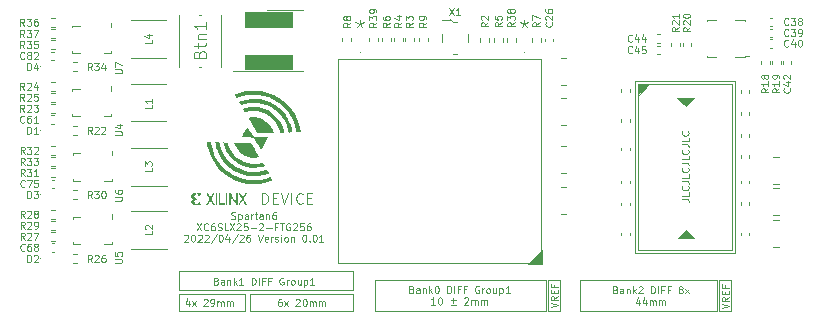
<source format=gbr>
%TF.GenerationSoftware,KiCad,Pcbnew,(6.0.4)*%
%TF.CreationDate,2022-07-06T17:02:12+08:00*%
%TF.ProjectId,XC6SLX25(FTG256)_Min,58433653-4c58-4323-9528-465447323536,rev?*%
%TF.SameCoordinates,Original*%
%TF.FileFunction,Legend,Top*%
%TF.FilePolarity,Positive*%
%FSLAX46Y46*%
G04 Gerber Fmt 4.6, Leading zero omitted, Abs format (unit mm)*
G04 Created by KiCad (PCBNEW (6.0.4)) date 2022-07-06 17:02:12*
%MOMM*%
%LPD*%
G01*
G04 APERTURE LIST*
%ADD10C,0.100000*%
%ADD11C,0.080000*%
G04 APERTURE END LIST*
D10*
X127195000Y-83305000D02*
X131225000Y-83305000D01*
X131225000Y-83305000D02*
X131225000Y-84505000D01*
X131225000Y-84505000D02*
X127195000Y-84505000D01*
X127195000Y-84505000D02*
X127195000Y-83305000D01*
G36*
X127195000Y-83305000D02*
G01*
X131225000Y-83305000D01*
X131225000Y-84505000D01*
X127195000Y-84505000D01*
X127195000Y-83305000D01*
G37*
D11*
X121600000Y-105000000D02*
X127225000Y-105000000D01*
X127225000Y-105000000D02*
X127225000Y-103595000D01*
X127225000Y-103595000D02*
X121600000Y-103595000D01*
X121600000Y-103595000D02*
X121600000Y-105000000D01*
D10*
G36*
X165262106Y-98846421D02*
G01*
X163847894Y-98846421D01*
X164555000Y-98139315D01*
X165262106Y-98846421D01*
G37*
X165262106Y-98846421D02*
X163847894Y-98846421D01*
X164555000Y-98139315D01*
X165262106Y-98846421D01*
D11*
X138200000Y-105000000D02*
X152700000Y-105000000D01*
X152700000Y-105000000D02*
X152700000Y-102400000D01*
X152700000Y-102400000D02*
X138200000Y-102400000D01*
X138200000Y-102400000D02*
X138200000Y-105000000D01*
X127625000Y-105000000D02*
X136400000Y-105000000D01*
X136400000Y-105000000D02*
X136400000Y-103600000D01*
X136400000Y-103600000D02*
X127625000Y-103600000D01*
X127625000Y-103600000D02*
X127625000Y-105000000D01*
X152900000Y-102400000D02*
X153900000Y-102400000D01*
X153900000Y-102400000D02*
X153900000Y-105000000D01*
X153900000Y-105000000D02*
X152900000Y-105000000D01*
X152900000Y-105000000D02*
X152900000Y-102400000D01*
D10*
G36*
X152375000Y-101030000D02*
G01*
X151175000Y-101030000D01*
X152375000Y-99830000D01*
X152375000Y-101030000D01*
G37*
X152375000Y-101030000D02*
X151175000Y-101030000D01*
X152375000Y-99830000D01*
X152375000Y-101030000D01*
D11*
X155575000Y-105000000D02*
X167200000Y-105000000D01*
X167200000Y-105000000D02*
X167200000Y-102400000D01*
X167200000Y-102400000D02*
X155575000Y-102400000D01*
X155575000Y-102400000D02*
X155575000Y-105000000D01*
X121600000Y-103200000D02*
X136400000Y-103200000D01*
X136400000Y-103200000D02*
X136400000Y-101600000D01*
X136400000Y-101600000D02*
X121600000Y-101600000D01*
X121600000Y-101600000D02*
X121600000Y-103200000D01*
D10*
G36*
X164525001Y-87660685D02*
G01*
X163817894Y-86953579D01*
X165232107Y-86953579D01*
X164525001Y-87660685D01*
G37*
X164525001Y-87660685D02*
X163817894Y-86953579D01*
X165232107Y-86953579D01*
X164525001Y-87660685D01*
D11*
X167400000Y-102400000D02*
X168400000Y-102400000D01*
X168400000Y-102400000D02*
X168400000Y-105000000D01*
X168400000Y-105000000D02*
X167400000Y-105000000D01*
X167400000Y-105000000D02*
X167400000Y-102400000D01*
D10*
X127195000Y-79725000D02*
X131225000Y-79725000D01*
X131225000Y-79725000D02*
X131225000Y-80925000D01*
X131225000Y-80925000D02*
X127195000Y-80925000D01*
X127195000Y-80925000D02*
X127195000Y-79725000D01*
G36*
X127195000Y-79725000D02*
G01*
X131225000Y-79725000D01*
X131225000Y-80925000D01*
X127195000Y-80925000D01*
X127195000Y-79725000D01*
G37*
X153111428Y-104708571D02*
X153711428Y-104508571D01*
X153111428Y-104308571D01*
X153711428Y-103765714D02*
X153425714Y-103965714D01*
X153711428Y-104108571D02*
X153111428Y-104108571D01*
X153111428Y-103880000D01*
X153140000Y-103822857D01*
X153168571Y-103794285D01*
X153225714Y-103765714D01*
X153311428Y-103765714D01*
X153368571Y-103794285D01*
X153397142Y-103822857D01*
X153425714Y-103880000D01*
X153425714Y-104108571D01*
X153397142Y-103508571D02*
X153397142Y-103308571D01*
X153711428Y-103222857D02*
X153711428Y-103508571D01*
X153111428Y-103508571D01*
X153111428Y-103222857D01*
X153397142Y-102765714D02*
X153397142Y-102965714D01*
X153711428Y-102965714D02*
X153111428Y-102965714D01*
X153111428Y-102680000D01*
D11*
X126075000Y-97181857D02*
X126160714Y-97210428D01*
X126303571Y-97210428D01*
X126360714Y-97181857D01*
X126389285Y-97153285D01*
X126417857Y-97096142D01*
X126417857Y-97039000D01*
X126389285Y-96981857D01*
X126360714Y-96953285D01*
X126303571Y-96924714D01*
X126189285Y-96896142D01*
X126132142Y-96867571D01*
X126103571Y-96839000D01*
X126075000Y-96781857D01*
X126075000Y-96724714D01*
X126103571Y-96667571D01*
X126132142Y-96639000D01*
X126189285Y-96610428D01*
X126332142Y-96610428D01*
X126417857Y-96639000D01*
X126675000Y-96810428D02*
X126675000Y-97410428D01*
X126675000Y-96839000D02*
X126732142Y-96810428D01*
X126846428Y-96810428D01*
X126903571Y-96839000D01*
X126932142Y-96867571D01*
X126960714Y-96924714D01*
X126960714Y-97096142D01*
X126932142Y-97153285D01*
X126903571Y-97181857D01*
X126846428Y-97210428D01*
X126732142Y-97210428D01*
X126675000Y-97181857D01*
X127475000Y-97210428D02*
X127475000Y-96896142D01*
X127446428Y-96839000D01*
X127389285Y-96810428D01*
X127275000Y-96810428D01*
X127217857Y-96839000D01*
X127475000Y-97181857D02*
X127417857Y-97210428D01*
X127275000Y-97210428D01*
X127217857Y-97181857D01*
X127189285Y-97124714D01*
X127189285Y-97067571D01*
X127217857Y-97010428D01*
X127275000Y-96981857D01*
X127417857Y-96981857D01*
X127475000Y-96953285D01*
X127760714Y-97210428D02*
X127760714Y-96810428D01*
X127760714Y-96924714D02*
X127789285Y-96867571D01*
X127817857Y-96839000D01*
X127875000Y-96810428D01*
X127932142Y-96810428D01*
X128046428Y-96810428D02*
X128275000Y-96810428D01*
X128132142Y-96610428D02*
X128132142Y-97124714D01*
X128160714Y-97181857D01*
X128217857Y-97210428D01*
X128275000Y-97210428D01*
X128732142Y-97210428D02*
X128732142Y-96896142D01*
X128703571Y-96839000D01*
X128646428Y-96810428D01*
X128532142Y-96810428D01*
X128475000Y-96839000D01*
X128732142Y-97181857D02*
X128675000Y-97210428D01*
X128532142Y-97210428D01*
X128475000Y-97181857D01*
X128446428Y-97124714D01*
X128446428Y-97067571D01*
X128475000Y-97010428D01*
X128532142Y-96981857D01*
X128675000Y-96981857D01*
X128732142Y-96953285D01*
X129017857Y-96810428D02*
X129017857Y-97210428D01*
X129017857Y-96867571D02*
X129046428Y-96839000D01*
X129103571Y-96810428D01*
X129189285Y-96810428D01*
X129246428Y-96839000D01*
X129275000Y-96896142D01*
X129275000Y-97210428D01*
X129817857Y-96610428D02*
X129703571Y-96610428D01*
X129646428Y-96639000D01*
X129617857Y-96667571D01*
X129560714Y-96753285D01*
X129532142Y-96867571D01*
X129532142Y-97096142D01*
X129560714Y-97153285D01*
X129589285Y-97181857D01*
X129646428Y-97210428D01*
X129760714Y-97210428D01*
X129817857Y-97181857D01*
X129846428Y-97153285D01*
X129875000Y-97096142D01*
X129875000Y-96953285D01*
X129846428Y-96896142D01*
X129817857Y-96867571D01*
X129760714Y-96839000D01*
X129646428Y-96839000D01*
X129589285Y-96867571D01*
X129560714Y-96896142D01*
X129532142Y-96953285D01*
X123132142Y-97576428D02*
X123532142Y-98176428D01*
X123532142Y-97576428D02*
X123132142Y-98176428D01*
X124103571Y-98119285D02*
X124075000Y-98147857D01*
X123989285Y-98176428D01*
X123932142Y-98176428D01*
X123846428Y-98147857D01*
X123789285Y-98090714D01*
X123760714Y-98033571D01*
X123732142Y-97919285D01*
X123732142Y-97833571D01*
X123760714Y-97719285D01*
X123789285Y-97662142D01*
X123846428Y-97605000D01*
X123932142Y-97576428D01*
X123989285Y-97576428D01*
X124075000Y-97605000D01*
X124103571Y-97633571D01*
X124617857Y-97576428D02*
X124503571Y-97576428D01*
X124446428Y-97605000D01*
X124417857Y-97633571D01*
X124360714Y-97719285D01*
X124332142Y-97833571D01*
X124332142Y-98062142D01*
X124360714Y-98119285D01*
X124389285Y-98147857D01*
X124446428Y-98176428D01*
X124560714Y-98176428D01*
X124617857Y-98147857D01*
X124646428Y-98119285D01*
X124675000Y-98062142D01*
X124675000Y-97919285D01*
X124646428Y-97862142D01*
X124617857Y-97833571D01*
X124560714Y-97805000D01*
X124446428Y-97805000D01*
X124389285Y-97833571D01*
X124360714Y-97862142D01*
X124332142Y-97919285D01*
X124903571Y-98147857D02*
X124989285Y-98176428D01*
X125132142Y-98176428D01*
X125189285Y-98147857D01*
X125217857Y-98119285D01*
X125246428Y-98062142D01*
X125246428Y-98005000D01*
X125217857Y-97947857D01*
X125189285Y-97919285D01*
X125132142Y-97890714D01*
X125017857Y-97862142D01*
X124960714Y-97833571D01*
X124932142Y-97805000D01*
X124903571Y-97747857D01*
X124903571Y-97690714D01*
X124932142Y-97633571D01*
X124960714Y-97605000D01*
X125017857Y-97576428D01*
X125160714Y-97576428D01*
X125246428Y-97605000D01*
X125789285Y-98176428D02*
X125503571Y-98176428D01*
X125503571Y-97576428D01*
X125932142Y-97576428D02*
X126332142Y-98176428D01*
X126332142Y-97576428D02*
X125932142Y-98176428D01*
X126532142Y-97633571D02*
X126560714Y-97605000D01*
X126617857Y-97576428D01*
X126760714Y-97576428D01*
X126817857Y-97605000D01*
X126846428Y-97633571D01*
X126875000Y-97690714D01*
X126875000Y-97747857D01*
X126846428Y-97833571D01*
X126503571Y-98176428D01*
X126875000Y-98176428D01*
X127417857Y-97576428D02*
X127132142Y-97576428D01*
X127103571Y-97862142D01*
X127132142Y-97833571D01*
X127189285Y-97805000D01*
X127332142Y-97805000D01*
X127389285Y-97833571D01*
X127417857Y-97862142D01*
X127446428Y-97919285D01*
X127446428Y-98062142D01*
X127417857Y-98119285D01*
X127389285Y-98147857D01*
X127332142Y-98176428D01*
X127189285Y-98176428D01*
X127132142Y-98147857D01*
X127103571Y-98119285D01*
X127703571Y-97947857D02*
X128160714Y-97947857D01*
X128417857Y-97633571D02*
X128446428Y-97605000D01*
X128503571Y-97576428D01*
X128646428Y-97576428D01*
X128703571Y-97605000D01*
X128732142Y-97633571D01*
X128760714Y-97690714D01*
X128760714Y-97747857D01*
X128732142Y-97833571D01*
X128389285Y-98176428D01*
X128760714Y-98176428D01*
X129017857Y-97947857D02*
X129475000Y-97947857D01*
X129960714Y-97862142D02*
X129760714Y-97862142D01*
X129760714Y-98176428D02*
X129760714Y-97576428D01*
X130046428Y-97576428D01*
X130189285Y-97576428D02*
X130532142Y-97576428D01*
X130360714Y-98176428D02*
X130360714Y-97576428D01*
X131046428Y-97605000D02*
X130989285Y-97576428D01*
X130903571Y-97576428D01*
X130817857Y-97605000D01*
X130760714Y-97662142D01*
X130732142Y-97719285D01*
X130703571Y-97833571D01*
X130703571Y-97919285D01*
X130732142Y-98033571D01*
X130760714Y-98090714D01*
X130817857Y-98147857D01*
X130903571Y-98176428D01*
X130960714Y-98176428D01*
X131046428Y-98147857D01*
X131075000Y-98119285D01*
X131075000Y-97919285D01*
X130960714Y-97919285D01*
X131303571Y-97633571D02*
X131332142Y-97605000D01*
X131389285Y-97576428D01*
X131532142Y-97576428D01*
X131589285Y-97605000D01*
X131617857Y-97633571D01*
X131646428Y-97690714D01*
X131646428Y-97747857D01*
X131617857Y-97833571D01*
X131275000Y-98176428D01*
X131646428Y-98176428D01*
X132189285Y-97576428D02*
X131903571Y-97576428D01*
X131875000Y-97862142D01*
X131903571Y-97833571D01*
X131960714Y-97805000D01*
X132103571Y-97805000D01*
X132160714Y-97833571D01*
X132189285Y-97862142D01*
X132217857Y-97919285D01*
X132217857Y-98062142D01*
X132189285Y-98119285D01*
X132160714Y-98147857D01*
X132103571Y-98176428D01*
X131960714Y-98176428D01*
X131903571Y-98147857D01*
X131875000Y-98119285D01*
X132732142Y-97576428D02*
X132617857Y-97576428D01*
X132560714Y-97605000D01*
X132532142Y-97633571D01*
X132475000Y-97719285D01*
X132446428Y-97833571D01*
X132446428Y-98062142D01*
X132475000Y-98119285D01*
X132503571Y-98147857D01*
X132560714Y-98176428D01*
X132675000Y-98176428D01*
X132732142Y-98147857D01*
X132760714Y-98119285D01*
X132789285Y-98062142D01*
X132789285Y-97919285D01*
X132760714Y-97862142D01*
X132732142Y-97833571D01*
X132675000Y-97805000D01*
X132560714Y-97805000D01*
X132503571Y-97833571D01*
X132475000Y-97862142D01*
X132446428Y-97919285D01*
X122089285Y-98599571D02*
X122117857Y-98571000D01*
X122175000Y-98542428D01*
X122317857Y-98542428D01*
X122375000Y-98571000D01*
X122403571Y-98599571D01*
X122432142Y-98656714D01*
X122432142Y-98713857D01*
X122403571Y-98799571D01*
X122060714Y-99142428D01*
X122432142Y-99142428D01*
X122803571Y-98542428D02*
X122860714Y-98542428D01*
X122917857Y-98571000D01*
X122946428Y-98599571D01*
X122975000Y-98656714D01*
X123003571Y-98771000D01*
X123003571Y-98913857D01*
X122975000Y-99028142D01*
X122946428Y-99085285D01*
X122917857Y-99113857D01*
X122860714Y-99142428D01*
X122803571Y-99142428D01*
X122746428Y-99113857D01*
X122717857Y-99085285D01*
X122689285Y-99028142D01*
X122660714Y-98913857D01*
X122660714Y-98771000D01*
X122689285Y-98656714D01*
X122717857Y-98599571D01*
X122746428Y-98571000D01*
X122803571Y-98542428D01*
X123232142Y-98599571D02*
X123260714Y-98571000D01*
X123317857Y-98542428D01*
X123460714Y-98542428D01*
X123517857Y-98571000D01*
X123546428Y-98599571D01*
X123575000Y-98656714D01*
X123575000Y-98713857D01*
X123546428Y-98799571D01*
X123203571Y-99142428D01*
X123575000Y-99142428D01*
X123803571Y-98599571D02*
X123832142Y-98571000D01*
X123889285Y-98542428D01*
X124032142Y-98542428D01*
X124089285Y-98571000D01*
X124117857Y-98599571D01*
X124146428Y-98656714D01*
X124146428Y-98713857D01*
X124117857Y-98799571D01*
X123775000Y-99142428D01*
X124146428Y-99142428D01*
X124832142Y-98513857D02*
X124317857Y-99285285D01*
X125146428Y-98542428D02*
X125203571Y-98542428D01*
X125260714Y-98571000D01*
X125289285Y-98599571D01*
X125317857Y-98656714D01*
X125346428Y-98771000D01*
X125346428Y-98913857D01*
X125317857Y-99028142D01*
X125289285Y-99085285D01*
X125260714Y-99113857D01*
X125203571Y-99142428D01*
X125146428Y-99142428D01*
X125089285Y-99113857D01*
X125060714Y-99085285D01*
X125032142Y-99028142D01*
X125003571Y-98913857D01*
X125003571Y-98771000D01*
X125032142Y-98656714D01*
X125060714Y-98599571D01*
X125089285Y-98571000D01*
X125146428Y-98542428D01*
X125860714Y-98742428D02*
X125860714Y-99142428D01*
X125717857Y-98513857D02*
X125575000Y-98942428D01*
X125946428Y-98942428D01*
X126603571Y-98513857D02*
X126089285Y-99285285D01*
X126775000Y-98599571D02*
X126803571Y-98571000D01*
X126860714Y-98542428D01*
X127003571Y-98542428D01*
X127060714Y-98571000D01*
X127089285Y-98599571D01*
X127117857Y-98656714D01*
X127117857Y-98713857D01*
X127089285Y-98799571D01*
X126746428Y-99142428D01*
X127117857Y-99142428D01*
X127632142Y-98542428D02*
X127517857Y-98542428D01*
X127460714Y-98571000D01*
X127432142Y-98599571D01*
X127375000Y-98685285D01*
X127346428Y-98799571D01*
X127346428Y-99028142D01*
X127375000Y-99085285D01*
X127403571Y-99113857D01*
X127460714Y-99142428D01*
X127575000Y-99142428D01*
X127632142Y-99113857D01*
X127660714Y-99085285D01*
X127689285Y-99028142D01*
X127689285Y-98885285D01*
X127660714Y-98828142D01*
X127632142Y-98799571D01*
X127575000Y-98771000D01*
X127460714Y-98771000D01*
X127403571Y-98799571D01*
X127375000Y-98828142D01*
X127346428Y-98885285D01*
X128317857Y-98542428D02*
X128517857Y-99142428D01*
X128717857Y-98542428D01*
X129146428Y-99113857D02*
X129089285Y-99142428D01*
X128975000Y-99142428D01*
X128917857Y-99113857D01*
X128889285Y-99056714D01*
X128889285Y-98828142D01*
X128917857Y-98771000D01*
X128975000Y-98742428D01*
X129089285Y-98742428D01*
X129146428Y-98771000D01*
X129175000Y-98828142D01*
X129175000Y-98885285D01*
X128889285Y-98942428D01*
X129432142Y-99142428D02*
X129432142Y-98742428D01*
X129432142Y-98856714D02*
X129460714Y-98799571D01*
X129489285Y-98771000D01*
X129546428Y-98742428D01*
X129603571Y-98742428D01*
X129775000Y-99113857D02*
X129832142Y-99142428D01*
X129946428Y-99142428D01*
X130003571Y-99113857D01*
X130032142Y-99056714D01*
X130032142Y-99028142D01*
X130003571Y-98971000D01*
X129946428Y-98942428D01*
X129860714Y-98942428D01*
X129803571Y-98913857D01*
X129775000Y-98856714D01*
X129775000Y-98828142D01*
X129803571Y-98771000D01*
X129860714Y-98742428D01*
X129946428Y-98742428D01*
X130003571Y-98771000D01*
X130289285Y-99142428D02*
X130289285Y-98742428D01*
X130289285Y-98542428D02*
X130260714Y-98571000D01*
X130289285Y-98599571D01*
X130317857Y-98571000D01*
X130289285Y-98542428D01*
X130289285Y-98599571D01*
X130660714Y-99142428D02*
X130603571Y-99113857D01*
X130575000Y-99085285D01*
X130546428Y-99028142D01*
X130546428Y-98856714D01*
X130575000Y-98799571D01*
X130603571Y-98771000D01*
X130660714Y-98742428D01*
X130746428Y-98742428D01*
X130803571Y-98771000D01*
X130832142Y-98799571D01*
X130860714Y-98856714D01*
X130860714Y-99028142D01*
X130832142Y-99085285D01*
X130803571Y-99113857D01*
X130746428Y-99142428D01*
X130660714Y-99142428D01*
X131117857Y-98742428D02*
X131117857Y-99142428D01*
X131117857Y-98799571D02*
X131146428Y-98771000D01*
X131203571Y-98742428D01*
X131289285Y-98742428D01*
X131346428Y-98771000D01*
X131375000Y-98828142D01*
X131375000Y-99142428D01*
X132232142Y-98542428D02*
X132289285Y-98542428D01*
X132346428Y-98571000D01*
X132375000Y-98599571D01*
X132403571Y-98656714D01*
X132432142Y-98771000D01*
X132432142Y-98913857D01*
X132403571Y-99028142D01*
X132375000Y-99085285D01*
X132346428Y-99113857D01*
X132289285Y-99142428D01*
X132232142Y-99142428D01*
X132175000Y-99113857D01*
X132146428Y-99085285D01*
X132117857Y-99028142D01*
X132089285Y-98913857D01*
X132089285Y-98771000D01*
X132117857Y-98656714D01*
X132146428Y-98599571D01*
X132175000Y-98571000D01*
X132232142Y-98542428D01*
X132689285Y-99085285D02*
X132717857Y-99113857D01*
X132689285Y-99142428D01*
X132660714Y-99113857D01*
X132689285Y-99085285D01*
X132689285Y-99142428D01*
X133089285Y-98542428D02*
X133146428Y-98542428D01*
X133203571Y-98571000D01*
X133232142Y-98599571D01*
X133260714Y-98656714D01*
X133289285Y-98771000D01*
X133289285Y-98913857D01*
X133260714Y-99028142D01*
X133232142Y-99085285D01*
X133203571Y-99113857D01*
X133146428Y-99142428D01*
X133089285Y-99142428D01*
X133032142Y-99113857D01*
X133003571Y-99085285D01*
X132975000Y-99028142D01*
X132946428Y-98913857D01*
X132946428Y-98771000D01*
X132975000Y-98656714D01*
X133003571Y-98599571D01*
X133032142Y-98571000D01*
X133089285Y-98542428D01*
X133860714Y-99142428D02*
X133517857Y-99142428D01*
X133689285Y-99142428D02*
X133689285Y-98542428D01*
X133632142Y-98628142D01*
X133575000Y-98685285D01*
X133517857Y-98713857D01*
X150855000Y-80343571D02*
X150855000Y-80700714D01*
X150497857Y-80557857D02*
X150855000Y-80700714D01*
X151212142Y-80557857D01*
X150640714Y-80986428D02*
X150855000Y-80700714D01*
X151069285Y-80986428D01*
D10*
X167591428Y-104778571D02*
X168191428Y-104578571D01*
X167591428Y-104378571D01*
X168191428Y-103835714D02*
X167905714Y-104035714D01*
X168191428Y-104178571D02*
X167591428Y-104178571D01*
X167591428Y-103950000D01*
X167620000Y-103892857D01*
X167648571Y-103864285D01*
X167705714Y-103835714D01*
X167791428Y-103835714D01*
X167848571Y-103864285D01*
X167877142Y-103892857D01*
X167905714Y-103950000D01*
X167905714Y-104178571D01*
X167877142Y-103578571D02*
X167877142Y-103378571D01*
X168191428Y-103292857D02*
X168191428Y-103578571D01*
X167591428Y-103578571D01*
X167591428Y-103292857D01*
X167877142Y-102835714D02*
X167877142Y-103035714D01*
X168191428Y-103035714D02*
X167591428Y-103035714D01*
X167591428Y-102750000D01*
D11*
X164196428Y-95536428D02*
X164625000Y-95536428D01*
X164710714Y-95565000D01*
X164767857Y-95622142D01*
X164796428Y-95707857D01*
X164796428Y-95765000D01*
X164796428Y-94965000D02*
X164796428Y-95250714D01*
X164196428Y-95250714D01*
X164739285Y-94422142D02*
X164767857Y-94450714D01*
X164796428Y-94536428D01*
X164796428Y-94593571D01*
X164767857Y-94679285D01*
X164710714Y-94736428D01*
X164653571Y-94765000D01*
X164539285Y-94793571D01*
X164453571Y-94793571D01*
X164339285Y-94765000D01*
X164282142Y-94736428D01*
X164225000Y-94679285D01*
X164196428Y-94593571D01*
X164196428Y-94536428D01*
X164225000Y-94450714D01*
X164253571Y-94422142D01*
X164196428Y-93993571D02*
X164625000Y-93993571D01*
X164710714Y-94022142D01*
X164767857Y-94079285D01*
X164796428Y-94165000D01*
X164796428Y-94222142D01*
X164796428Y-93422142D02*
X164796428Y-93707857D01*
X164196428Y-93707857D01*
X164739285Y-92879285D02*
X164767857Y-92907857D01*
X164796428Y-92993571D01*
X164796428Y-93050714D01*
X164767857Y-93136428D01*
X164710714Y-93193571D01*
X164653571Y-93222142D01*
X164539285Y-93250714D01*
X164453571Y-93250714D01*
X164339285Y-93222142D01*
X164282142Y-93193571D01*
X164225000Y-93136428D01*
X164196428Y-93050714D01*
X164196428Y-92993571D01*
X164225000Y-92907857D01*
X164253571Y-92879285D01*
X164196428Y-92450714D02*
X164625000Y-92450714D01*
X164710714Y-92479285D01*
X164767857Y-92536428D01*
X164796428Y-92622142D01*
X164796428Y-92679285D01*
X164796428Y-91879285D02*
X164796428Y-92165000D01*
X164196428Y-92165000D01*
X164739285Y-91336428D02*
X164767857Y-91365000D01*
X164796428Y-91450714D01*
X164796428Y-91507857D01*
X164767857Y-91593571D01*
X164710714Y-91650714D01*
X164653571Y-91679285D01*
X164539285Y-91707857D01*
X164453571Y-91707857D01*
X164339285Y-91679285D01*
X164282142Y-91650714D01*
X164225000Y-91593571D01*
X164196428Y-91507857D01*
X164196428Y-91450714D01*
X164225000Y-91365000D01*
X164253571Y-91336428D01*
X164196428Y-90907857D02*
X164625000Y-90907857D01*
X164710714Y-90936428D01*
X164767857Y-90993571D01*
X164796428Y-91079285D01*
X164796428Y-91136428D01*
X164796428Y-90336428D02*
X164796428Y-90622142D01*
X164196428Y-90622142D01*
X164739285Y-89793571D02*
X164767857Y-89822142D01*
X164796428Y-89907857D01*
X164796428Y-89965000D01*
X164767857Y-90050714D01*
X164710714Y-90107857D01*
X164653571Y-90136428D01*
X164539285Y-90165000D01*
X164453571Y-90165000D01*
X164339285Y-90136428D01*
X164282142Y-90107857D01*
X164225000Y-90050714D01*
X164196428Y-89965000D01*
X164196428Y-89907857D01*
X164225000Y-89822142D01*
X164253571Y-89793571D01*
X130296428Y-103976428D02*
X130182142Y-103976428D01*
X130125000Y-104005000D01*
X130096428Y-104033571D01*
X130039285Y-104119285D01*
X130010714Y-104233571D01*
X130010714Y-104462142D01*
X130039285Y-104519285D01*
X130067857Y-104547857D01*
X130125000Y-104576428D01*
X130239285Y-104576428D01*
X130296428Y-104547857D01*
X130325000Y-104519285D01*
X130353571Y-104462142D01*
X130353571Y-104319285D01*
X130325000Y-104262142D01*
X130296428Y-104233571D01*
X130239285Y-104205000D01*
X130125000Y-104205000D01*
X130067857Y-104233571D01*
X130039285Y-104262142D01*
X130010714Y-104319285D01*
X130553571Y-104576428D02*
X130867857Y-104176428D01*
X130553571Y-104176428D02*
X130867857Y-104576428D01*
X131525000Y-104033571D02*
X131553571Y-104005000D01*
X131610714Y-103976428D01*
X131753571Y-103976428D01*
X131810714Y-104005000D01*
X131839285Y-104033571D01*
X131867857Y-104090714D01*
X131867857Y-104147857D01*
X131839285Y-104233571D01*
X131496428Y-104576428D01*
X131867857Y-104576428D01*
X132239285Y-103976428D02*
X132296428Y-103976428D01*
X132353571Y-104005000D01*
X132382142Y-104033571D01*
X132410714Y-104090714D01*
X132439285Y-104205000D01*
X132439285Y-104347857D01*
X132410714Y-104462142D01*
X132382142Y-104519285D01*
X132353571Y-104547857D01*
X132296428Y-104576428D01*
X132239285Y-104576428D01*
X132182142Y-104547857D01*
X132153571Y-104519285D01*
X132125000Y-104462142D01*
X132096428Y-104347857D01*
X132096428Y-104205000D01*
X132125000Y-104090714D01*
X132153571Y-104033571D01*
X132182142Y-104005000D01*
X132239285Y-103976428D01*
X132696428Y-104576428D02*
X132696428Y-104176428D01*
X132696428Y-104233571D02*
X132725000Y-104205000D01*
X132782142Y-104176428D01*
X132867857Y-104176428D01*
X132925000Y-104205000D01*
X132953571Y-104262142D01*
X132953571Y-104576428D01*
X132953571Y-104262142D02*
X132982142Y-104205000D01*
X133039285Y-104176428D01*
X133125000Y-104176428D01*
X133182142Y-104205000D01*
X133210714Y-104262142D01*
X133210714Y-104576428D01*
X133496428Y-104576428D02*
X133496428Y-104176428D01*
X133496428Y-104233571D02*
X133525000Y-104205000D01*
X133582142Y-104176428D01*
X133667857Y-104176428D01*
X133725000Y-104205000D01*
X133753571Y-104262142D01*
X133753571Y-104576428D01*
X133753571Y-104262142D02*
X133782142Y-104205000D01*
X133839285Y-104176428D01*
X133925000Y-104176428D01*
X133982142Y-104205000D01*
X134010714Y-104262142D01*
X134010714Y-104576428D01*
D10*
X128675000Y-95928090D02*
X128675000Y-95028090D01*
X128889285Y-95028090D01*
X129017857Y-95070948D01*
X129103571Y-95156662D01*
X129146428Y-95242376D01*
X129189285Y-95413805D01*
X129189285Y-95542376D01*
X129146428Y-95713805D01*
X129103571Y-95799519D01*
X129017857Y-95885233D01*
X128889285Y-95928090D01*
X128675000Y-95928090D01*
X129575000Y-95456662D02*
X129875000Y-95456662D01*
X130003571Y-95928090D02*
X129575000Y-95928090D01*
X129575000Y-95028090D01*
X130003571Y-95028090D01*
X130260714Y-95028090D02*
X130560714Y-95928090D01*
X130860714Y-95028090D01*
X131160714Y-95928090D02*
X131160714Y-95028090D01*
X132103571Y-95842376D02*
X132060714Y-95885233D01*
X131932142Y-95928090D01*
X131846428Y-95928090D01*
X131717857Y-95885233D01*
X131632142Y-95799519D01*
X131589285Y-95713805D01*
X131546428Y-95542376D01*
X131546428Y-95413805D01*
X131589285Y-95242376D01*
X131632142Y-95156662D01*
X131717857Y-95070948D01*
X131846428Y-95028090D01*
X131932142Y-95028090D01*
X132060714Y-95070948D01*
X132103571Y-95113805D01*
X132489285Y-95456662D02*
X132789285Y-95456662D01*
X132917857Y-95928090D02*
X132489285Y-95928090D01*
X132489285Y-95028090D01*
X132917857Y-95028090D01*
D11*
X136935000Y-80333571D02*
X136935000Y-80690714D01*
X136577857Y-80547857D02*
X136935000Y-80690714D01*
X137292142Y-80547857D01*
X136720714Y-80976428D02*
X136935000Y-80690714D01*
X137149285Y-80976428D01*
X158603571Y-103209142D02*
X158689285Y-103237714D01*
X158717857Y-103266285D01*
X158746428Y-103323428D01*
X158746428Y-103409142D01*
X158717857Y-103466285D01*
X158689285Y-103494857D01*
X158632142Y-103523428D01*
X158403571Y-103523428D01*
X158403571Y-102923428D01*
X158603571Y-102923428D01*
X158660714Y-102952000D01*
X158689285Y-102980571D01*
X158717857Y-103037714D01*
X158717857Y-103094857D01*
X158689285Y-103152000D01*
X158660714Y-103180571D01*
X158603571Y-103209142D01*
X158403571Y-103209142D01*
X159260714Y-103523428D02*
X159260714Y-103209142D01*
X159232142Y-103152000D01*
X159175000Y-103123428D01*
X159060714Y-103123428D01*
X159003571Y-103152000D01*
X159260714Y-103494857D02*
X159203571Y-103523428D01*
X159060714Y-103523428D01*
X159003571Y-103494857D01*
X158975000Y-103437714D01*
X158975000Y-103380571D01*
X159003571Y-103323428D01*
X159060714Y-103294857D01*
X159203571Y-103294857D01*
X159260714Y-103266285D01*
X159546428Y-103123428D02*
X159546428Y-103523428D01*
X159546428Y-103180571D02*
X159575000Y-103152000D01*
X159632142Y-103123428D01*
X159717857Y-103123428D01*
X159775000Y-103152000D01*
X159803571Y-103209142D01*
X159803571Y-103523428D01*
X160089285Y-103523428D02*
X160089285Y-102923428D01*
X160146428Y-103294857D02*
X160317857Y-103523428D01*
X160317857Y-103123428D02*
X160089285Y-103352000D01*
X160546428Y-102980571D02*
X160575000Y-102952000D01*
X160632142Y-102923428D01*
X160775000Y-102923428D01*
X160832142Y-102952000D01*
X160860714Y-102980571D01*
X160889285Y-103037714D01*
X160889285Y-103094857D01*
X160860714Y-103180571D01*
X160517857Y-103523428D01*
X160889285Y-103523428D01*
X161603571Y-103523428D02*
X161603571Y-102923428D01*
X161746428Y-102923428D01*
X161832142Y-102952000D01*
X161889285Y-103009142D01*
X161917857Y-103066285D01*
X161946428Y-103180571D01*
X161946428Y-103266285D01*
X161917857Y-103380571D01*
X161889285Y-103437714D01*
X161832142Y-103494857D01*
X161746428Y-103523428D01*
X161603571Y-103523428D01*
X162203571Y-103523428D02*
X162203571Y-102923428D01*
X162689285Y-103209142D02*
X162489285Y-103209142D01*
X162489285Y-103523428D02*
X162489285Y-102923428D01*
X162775000Y-102923428D01*
X163203571Y-103209142D02*
X163003571Y-103209142D01*
X163003571Y-103523428D02*
X163003571Y-102923428D01*
X163289285Y-102923428D01*
X164060714Y-103180571D02*
X164003571Y-103152000D01*
X163975000Y-103123428D01*
X163946428Y-103066285D01*
X163946428Y-103037714D01*
X163975000Y-102980571D01*
X164003571Y-102952000D01*
X164060714Y-102923428D01*
X164175000Y-102923428D01*
X164232142Y-102952000D01*
X164260714Y-102980571D01*
X164289285Y-103037714D01*
X164289285Y-103066285D01*
X164260714Y-103123428D01*
X164232142Y-103152000D01*
X164175000Y-103180571D01*
X164060714Y-103180571D01*
X164003571Y-103209142D01*
X163975000Y-103237714D01*
X163946428Y-103294857D01*
X163946428Y-103409142D01*
X163975000Y-103466285D01*
X164003571Y-103494857D01*
X164060714Y-103523428D01*
X164175000Y-103523428D01*
X164232142Y-103494857D01*
X164260714Y-103466285D01*
X164289285Y-103409142D01*
X164289285Y-103294857D01*
X164260714Y-103237714D01*
X164232142Y-103209142D01*
X164175000Y-103180571D01*
X164489285Y-103523428D02*
X164803571Y-103123428D01*
X164489285Y-103123428D02*
X164803571Y-103523428D01*
X160603571Y-104089428D02*
X160603571Y-104489428D01*
X160460714Y-103860857D02*
X160317857Y-104289428D01*
X160689285Y-104289428D01*
X161175000Y-104089428D02*
X161175000Y-104489428D01*
X161032142Y-103860857D02*
X160889285Y-104289428D01*
X161260714Y-104289428D01*
X161489285Y-104489428D02*
X161489285Y-104089428D01*
X161489285Y-104146571D02*
X161517857Y-104118000D01*
X161575000Y-104089428D01*
X161660714Y-104089428D01*
X161717857Y-104118000D01*
X161746428Y-104175142D01*
X161746428Y-104489428D01*
X161746428Y-104175142D02*
X161775000Y-104118000D01*
X161832142Y-104089428D01*
X161917857Y-104089428D01*
X161975000Y-104118000D01*
X162003571Y-104175142D01*
X162003571Y-104489428D01*
X162289285Y-104489428D02*
X162289285Y-104089428D01*
X162289285Y-104146571D02*
X162317857Y-104118000D01*
X162375000Y-104089428D01*
X162460714Y-104089428D01*
X162517857Y-104118000D01*
X162546428Y-104175142D01*
X162546428Y-104489428D01*
X162546428Y-104175142D02*
X162575000Y-104118000D01*
X162632142Y-104089428D01*
X162717857Y-104089428D01*
X162775000Y-104118000D01*
X162803571Y-104175142D01*
X162803571Y-104489428D01*
X124796428Y-102462142D02*
X124882142Y-102490714D01*
X124910714Y-102519285D01*
X124939285Y-102576428D01*
X124939285Y-102662142D01*
X124910714Y-102719285D01*
X124882142Y-102747857D01*
X124825000Y-102776428D01*
X124596428Y-102776428D01*
X124596428Y-102176428D01*
X124796428Y-102176428D01*
X124853571Y-102205000D01*
X124882142Y-102233571D01*
X124910714Y-102290714D01*
X124910714Y-102347857D01*
X124882142Y-102405000D01*
X124853571Y-102433571D01*
X124796428Y-102462142D01*
X124596428Y-102462142D01*
X125453571Y-102776428D02*
X125453571Y-102462142D01*
X125425000Y-102405000D01*
X125367857Y-102376428D01*
X125253571Y-102376428D01*
X125196428Y-102405000D01*
X125453571Y-102747857D02*
X125396428Y-102776428D01*
X125253571Y-102776428D01*
X125196428Y-102747857D01*
X125167857Y-102690714D01*
X125167857Y-102633571D01*
X125196428Y-102576428D01*
X125253571Y-102547857D01*
X125396428Y-102547857D01*
X125453571Y-102519285D01*
X125739285Y-102376428D02*
X125739285Y-102776428D01*
X125739285Y-102433571D02*
X125767857Y-102405000D01*
X125825000Y-102376428D01*
X125910714Y-102376428D01*
X125967857Y-102405000D01*
X125996428Y-102462142D01*
X125996428Y-102776428D01*
X126282142Y-102776428D02*
X126282142Y-102176428D01*
X126339285Y-102547857D02*
X126510714Y-102776428D01*
X126510714Y-102376428D02*
X126282142Y-102605000D01*
X127082142Y-102776428D02*
X126739285Y-102776428D01*
X126910714Y-102776428D02*
X126910714Y-102176428D01*
X126853571Y-102262142D01*
X126796428Y-102319285D01*
X126739285Y-102347857D01*
X127796428Y-102776428D02*
X127796428Y-102176428D01*
X127939285Y-102176428D01*
X128025000Y-102205000D01*
X128082142Y-102262142D01*
X128110714Y-102319285D01*
X128139285Y-102433571D01*
X128139285Y-102519285D01*
X128110714Y-102633571D01*
X128082142Y-102690714D01*
X128025000Y-102747857D01*
X127939285Y-102776428D01*
X127796428Y-102776428D01*
X128396428Y-102776428D02*
X128396428Y-102176428D01*
X128882142Y-102462142D02*
X128682142Y-102462142D01*
X128682142Y-102776428D02*
X128682142Y-102176428D01*
X128967857Y-102176428D01*
X129396428Y-102462142D02*
X129196428Y-102462142D01*
X129196428Y-102776428D02*
X129196428Y-102176428D01*
X129482142Y-102176428D01*
X130482142Y-102205000D02*
X130425000Y-102176428D01*
X130339285Y-102176428D01*
X130253571Y-102205000D01*
X130196428Y-102262142D01*
X130167857Y-102319285D01*
X130139285Y-102433571D01*
X130139285Y-102519285D01*
X130167857Y-102633571D01*
X130196428Y-102690714D01*
X130253571Y-102747857D01*
X130339285Y-102776428D01*
X130396428Y-102776428D01*
X130482142Y-102747857D01*
X130510714Y-102719285D01*
X130510714Y-102519285D01*
X130396428Y-102519285D01*
X130767857Y-102776428D02*
X130767857Y-102376428D01*
X130767857Y-102490714D02*
X130796428Y-102433571D01*
X130825000Y-102405000D01*
X130882142Y-102376428D01*
X130939285Y-102376428D01*
X131225000Y-102776428D02*
X131167857Y-102747857D01*
X131139285Y-102719285D01*
X131110714Y-102662142D01*
X131110714Y-102490714D01*
X131139285Y-102433571D01*
X131167857Y-102405000D01*
X131225000Y-102376428D01*
X131310714Y-102376428D01*
X131367857Y-102405000D01*
X131396428Y-102433571D01*
X131425000Y-102490714D01*
X131425000Y-102662142D01*
X131396428Y-102719285D01*
X131367857Y-102747857D01*
X131310714Y-102776428D01*
X131225000Y-102776428D01*
X131939285Y-102376428D02*
X131939285Y-102776428D01*
X131682142Y-102376428D02*
X131682142Y-102690714D01*
X131710714Y-102747857D01*
X131767857Y-102776428D01*
X131853571Y-102776428D01*
X131910714Y-102747857D01*
X131939285Y-102719285D01*
X132225000Y-102376428D02*
X132225000Y-102976428D01*
X132225000Y-102405000D02*
X132282142Y-102376428D01*
X132396428Y-102376428D01*
X132453571Y-102405000D01*
X132482142Y-102433571D01*
X132510714Y-102490714D01*
X132510714Y-102662142D01*
X132482142Y-102719285D01*
X132453571Y-102747857D01*
X132396428Y-102776428D01*
X132282142Y-102776428D01*
X132225000Y-102747857D01*
X133082142Y-102776428D02*
X132739285Y-102776428D01*
X132910714Y-102776428D02*
X132910714Y-102176428D01*
X132853571Y-102262142D01*
X132796428Y-102319285D01*
X132739285Y-102347857D01*
X141346428Y-103179142D02*
X141432142Y-103207714D01*
X141460714Y-103236285D01*
X141489285Y-103293428D01*
X141489285Y-103379142D01*
X141460714Y-103436285D01*
X141432142Y-103464857D01*
X141375000Y-103493428D01*
X141146428Y-103493428D01*
X141146428Y-102893428D01*
X141346428Y-102893428D01*
X141403571Y-102922000D01*
X141432142Y-102950571D01*
X141460714Y-103007714D01*
X141460714Y-103064857D01*
X141432142Y-103122000D01*
X141403571Y-103150571D01*
X141346428Y-103179142D01*
X141146428Y-103179142D01*
X142003571Y-103493428D02*
X142003571Y-103179142D01*
X141975000Y-103122000D01*
X141917857Y-103093428D01*
X141803571Y-103093428D01*
X141746428Y-103122000D01*
X142003571Y-103464857D02*
X141946428Y-103493428D01*
X141803571Y-103493428D01*
X141746428Y-103464857D01*
X141717857Y-103407714D01*
X141717857Y-103350571D01*
X141746428Y-103293428D01*
X141803571Y-103264857D01*
X141946428Y-103264857D01*
X142003571Y-103236285D01*
X142289285Y-103093428D02*
X142289285Y-103493428D01*
X142289285Y-103150571D02*
X142317857Y-103122000D01*
X142375000Y-103093428D01*
X142460714Y-103093428D01*
X142517857Y-103122000D01*
X142546428Y-103179142D01*
X142546428Y-103493428D01*
X142832142Y-103493428D02*
X142832142Y-102893428D01*
X142889285Y-103264857D02*
X143060714Y-103493428D01*
X143060714Y-103093428D02*
X142832142Y-103322000D01*
X143432142Y-102893428D02*
X143489285Y-102893428D01*
X143546428Y-102922000D01*
X143575000Y-102950571D01*
X143603571Y-103007714D01*
X143632142Y-103122000D01*
X143632142Y-103264857D01*
X143603571Y-103379142D01*
X143575000Y-103436285D01*
X143546428Y-103464857D01*
X143489285Y-103493428D01*
X143432142Y-103493428D01*
X143375000Y-103464857D01*
X143346428Y-103436285D01*
X143317857Y-103379142D01*
X143289285Y-103264857D01*
X143289285Y-103122000D01*
X143317857Y-103007714D01*
X143346428Y-102950571D01*
X143375000Y-102922000D01*
X143432142Y-102893428D01*
X144346428Y-103493428D02*
X144346428Y-102893428D01*
X144489285Y-102893428D01*
X144575000Y-102922000D01*
X144632142Y-102979142D01*
X144660714Y-103036285D01*
X144689285Y-103150571D01*
X144689285Y-103236285D01*
X144660714Y-103350571D01*
X144632142Y-103407714D01*
X144575000Y-103464857D01*
X144489285Y-103493428D01*
X144346428Y-103493428D01*
X144946428Y-103493428D02*
X144946428Y-102893428D01*
X145432142Y-103179142D02*
X145232142Y-103179142D01*
X145232142Y-103493428D02*
X145232142Y-102893428D01*
X145517857Y-102893428D01*
X145946428Y-103179142D02*
X145746428Y-103179142D01*
X145746428Y-103493428D02*
X145746428Y-102893428D01*
X146032142Y-102893428D01*
X147032142Y-102922000D02*
X146975000Y-102893428D01*
X146889285Y-102893428D01*
X146803571Y-102922000D01*
X146746428Y-102979142D01*
X146717857Y-103036285D01*
X146689285Y-103150571D01*
X146689285Y-103236285D01*
X146717857Y-103350571D01*
X146746428Y-103407714D01*
X146803571Y-103464857D01*
X146889285Y-103493428D01*
X146946428Y-103493428D01*
X147032142Y-103464857D01*
X147060714Y-103436285D01*
X147060714Y-103236285D01*
X146946428Y-103236285D01*
X147317857Y-103493428D02*
X147317857Y-103093428D01*
X147317857Y-103207714D02*
X147346428Y-103150571D01*
X147375000Y-103122000D01*
X147432142Y-103093428D01*
X147489285Y-103093428D01*
X147775000Y-103493428D02*
X147717857Y-103464857D01*
X147689285Y-103436285D01*
X147660714Y-103379142D01*
X147660714Y-103207714D01*
X147689285Y-103150571D01*
X147717857Y-103122000D01*
X147775000Y-103093428D01*
X147860714Y-103093428D01*
X147917857Y-103122000D01*
X147946428Y-103150571D01*
X147975000Y-103207714D01*
X147975000Y-103379142D01*
X147946428Y-103436285D01*
X147917857Y-103464857D01*
X147860714Y-103493428D01*
X147775000Y-103493428D01*
X148489285Y-103093428D02*
X148489285Y-103493428D01*
X148232142Y-103093428D02*
X148232142Y-103407714D01*
X148260714Y-103464857D01*
X148317857Y-103493428D01*
X148403571Y-103493428D01*
X148460714Y-103464857D01*
X148489285Y-103436285D01*
X148775000Y-103093428D02*
X148775000Y-103693428D01*
X148775000Y-103122000D02*
X148832142Y-103093428D01*
X148946428Y-103093428D01*
X149003571Y-103122000D01*
X149032142Y-103150571D01*
X149060714Y-103207714D01*
X149060714Y-103379142D01*
X149032142Y-103436285D01*
X149003571Y-103464857D01*
X148946428Y-103493428D01*
X148832142Y-103493428D01*
X148775000Y-103464857D01*
X149632142Y-103493428D02*
X149289285Y-103493428D01*
X149460714Y-103493428D02*
X149460714Y-102893428D01*
X149403571Y-102979142D01*
X149346428Y-103036285D01*
X149289285Y-103064857D01*
X143346428Y-104459428D02*
X143003571Y-104459428D01*
X143175000Y-104459428D02*
X143175000Y-103859428D01*
X143117857Y-103945142D01*
X143060714Y-104002285D01*
X143003571Y-104030857D01*
X143717857Y-103859428D02*
X143775000Y-103859428D01*
X143832142Y-103888000D01*
X143860714Y-103916571D01*
X143889285Y-103973714D01*
X143917857Y-104088000D01*
X143917857Y-104230857D01*
X143889285Y-104345142D01*
X143860714Y-104402285D01*
X143832142Y-104430857D01*
X143775000Y-104459428D01*
X143717857Y-104459428D01*
X143660714Y-104430857D01*
X143632142Y-104402285D01*
X143603571Y-104345142D01*
X143575000Y-104230857D01*
X143575000Y-104088000D01*
X143603571Y-103973714D01*
X143632142Y-103916571D01*
X143660714Y-103888000D01*
X143717857Y-103859428D01*
X144632142Y-104116571D02*
X145089285Y-104116571D01*
X144860714Y-104345142D02*
X144860714Y-103888000D01*
X145089285Y-104459428D02*
X144632142Y-104459428D01*
X145803571Y-103916571D02*
X145832142Y-103888000D01*
X145889285Y-103859428D01*
X146032142Y-103859428D01*
X146089285Y-103888000D01*
X146117857Y-103916571D01*
X146146428Y-103973714D01*
X146146428Y-104030857D01*
X146117857Y-104116571D01*
X145775000Y-104459428D01*
X146146428Y-104459428D01*
X146403571Y-104459428D02*
X146403571Y-104059428D01*
X146403571Y-104116571D02*
X146432142Y-104088000D01*
X146489285Y-104059428D01*
X146575000Y-104059428D01*
X146632142Y-104088000D01*
X146660714Y-104145142D01*
X146660714Y-104459428D01*
X146660714Y-104145142D02*
X146689285Y-104088000D01*
X146746428Y-104059428D01*
X146832142Y-104059428D01*
X146889285Y-104088000D01*
X146917857Y-104145142D01*
X146917857Y-104459428D01*
X147203571Y-104459428D02*
X147203571Y-104059428D01*
X147203571Y-104116571D02*
X147232142Y-104088000D01*
X147289285Y-104059428D01*
X147375000Y-104059428D01*
X147432142Y-104088000D01*
X147460714Y-104145142D01*
X147460714Y-104459428D01*
X147460714Y-104145142D02*
X147489285Y-104088000D01*
X147546428Y-104059428D01*
X147632142Y-104059428D01*
X147689285Y-104088000D01*
X147717857Y-104145142D01*
X147717857Y-104459428D01*
X122496428Y-104176428D02*
X122496428Y-104576428D01*
X122353571Y-103947857D02*
X122210714Y-104376428D01*
X122582142Y-104376428D01*
X122753571Y-104576428D02*
X123067857Y-104176428D01*
X122753571Y-104176428D02*
X123067857Y-104576428D01*
X123725000Y-104033571D02*
X123753571Y-104005000D01*
X123810714Y-103976428D01*
X123953571Y-103976428D01*
X124010714Y-104005000D01*
X124039285Y-104033571D01*
X124067857Y-104090714D01*
X124067857Y-104147857D01*
X124039285Y-104233571D01*
X123696428Y-104576428D01*
X124067857Y-104576428D01*
X124353571Y-104576428D02*
X124467857Y-104576428D01*
X124525000Y-104547857D01*
X124553571Y-104519285D01*
X124610714Y-104433571D01*
X124639285Y-104319285D01*
X124639285Y-104090714D01*
X124610714Y-104033571D01*
X124582142Y-104005000D01*
X124525000Y-103976428D01*
X124410714Y-103976428D01*
X124353571Y-104005000D01*
X124325000Y-104033571D01*
X124296428Y-104090714D01*
X124296428Y-104233571D01*
X124325000Y-104290714D01*
X124353571Y-104319285D01*
X124410714Y-104347857D01*
X124525000Y-104347857D01*
X124582142Y-104319285D01*
X124610714Y-104290714D01*
X124639285Y-104233571D01*
X124896428Y-104576428D02*
X124896428Y-104176428D01*
X124896428Y-104233571D02*
X124925000Y-104205000D01*
X124982142Y-104176428D01*
X125067857Y-104176428D01*
X125125000Y-104205000D01*
X125153571Y-104262142D01*
X125153571Y-104576428D01*
X125153571Y-104262142D02*
X125182142Y-104205000D01*
X125239285Y-104176428D01*
X125325000Y-104176428D01*
X125382142Y-104205000D01*
X125410714Y-104262142D01*
X125410714Y-104576428D01*
X125696428Y-104576428D02*
X125696428Y-104176428D01*
X125696428Y-104233571D02*
X125725000Y-104205000D01*
X125782142Y-104176428D01*
X125867857Y-104176428D01*
X125925000Y-104205000D01*
X125953571Y-104262142D01*
X125953571Y-104576428D01*
X125953571Y-104262142D02*
X125982142Y-104205000D01*
X126039285Y-104176428D01*
X126125000Y-104176428D01*
X126182142Y-104205000D01*
X126210714Y-104262142D01*
X126210714Y-104576428D01*
%TO.C,R29*%
X108563337Y-98041427D02*
X108363337Y-97755713D01*
X108220480Y-98041427D02*
X108220480Y-97441427D01*
X108449052Y-97441427D01*
X108506194Y-97469999D01*
X108534766Y-97498570D01*
X108563337Y-97555713D01*
X108563337Y-97641427D01*
X108534766Y-97698570D01*
X108506194Y-97727141D01*
X108449052Y-97755713D01*
X108220480Y-97755713D01*
X108791909Y-97498570D02*
X108820480Y-97469999D01*
X108877623Y-97441427D01*
X109020480Y-97441427D01*
X109077623Y-97469999D01*
X109106194Y-97498570D01*
X109134766Y-97555713D01*
X109134766Y-97612856D01*
X109106194Y-97698570D01*
X108763337Y-98041427D01*
X109134766Y-98041427D01*
X109420480Y-98041427D02*
X109534766Y-98041427D01*
X109591909Y-98012856D01*
X109620480Y-97984284D01*
X109677623Y-97898570D01*
X109706194Y-97784284D01*
X109706194Y-97555713D01*
X109677623Y-97498570D01*
X109649052Y-97469999D01*
X109591909Y-97441427D01*
X109477623Y-97441427D01*
X109420480Y-97469999D01*
X109391909Y-97498570D01*
X109363337Y-97555713D01*
X109363337Y-97698570D01*
X109391909Y-97755713D01*
X109420480Y-97784284D01*
X109477623Y-97812856D01*
X109591909Y-97812856D01*
X109649052Y-97784284D01*
X109677623Y-97755713D01*
X109706194Y-97698570D01*
%TO.C,L1*%
X119338095Y-87530000D02*
X119338095Y-87815714D01*
X118738095Y-87815714D01*
X119338095Y-87015714D02*
X119338095Y-87358571D01*
X119338095Y-87187142D02*
X118738095Y-87187142D01*
X118823809Y-87244285D01*
X118880952Y-87301428D01*
X118909524Y-87358571D01*
%TO.C,R38*%
X150046428Y-80565000D02*
X149760714Y-80765000D01*
X150046428Y-80907857D02*
X149446428Y-80907857D01*
X149446428Y-80679286D01*
X149475000Y-80622143D01*
X149503571Y-80593571D01*
X149560714Y-80565000D01*
X149646428Y-80565000D01*
X149703571Y-80593571D01*
X149732142Y-80622143D01*
X149760714Y-80679286D01*
X149760714Y-80907857D01*
X149446428Y-80365000D02*
X149446428Y-79993571D01*
X149675000Y-80193571D01*
X149675000Y-80107857D01*
X149703571Y-80050714D01*
X149732142Y-80022143D01*
X149789285Y-79993571D01*
X149932142Y-79993571D01*
X149989285Y-80022143D01*
X150017857Y-80050714D01*
X150046428Y-80107857D01*
X150046428Y-80279286D01*
X150017857Y-80336428D01*
X149989285Y-80365000D01*
X149703571Y-79650714D02*
X149675000Y-79707857D01*
X149646428Y-79736428D01*
X149589285Y-79765000D01*
X149560714Y-79765000D01*
X149503571Y-79736428D01*
X149475000Y-79707857D01*
X149446428Y-79650714D01*
X149446428Y-79536428D01*
X149475000Y-79479286D01*
X149503571Y-79450714D01*
X149560714Y-79422143D01*
X149589285Y-79422143D01*
X149646428Y-79450714D01*
X149675000Y-79479286D01*
X149703571Y-79536428D01*
X149703571Y-79650714D01*
X149732142Y-79707857D01*
X149760714Y-79736428D01*
X149817857Y-79765000D01*
X149932142Y-79765000D01*
X149989285Y-79736428D01*
X150017857Y-79707857D01*
X150046428Y-79650714D01*
X150046428Y-79536428D01*
X150017857Y-79479286D01*
X149989285Y-79450714D01*
X149932142Y-79422143D01*
X149817857Y-79422143D01*
X149760714Y-79450714D01*
X149732142Y-79479286D01*
X149703571Y-79536428D01*
%TO.C,C38*%
X173239285Y-80744284D02*
X173210714Y-80772856D01*
X173125000Y-80801427D01*
X173067857Y-80801427D01*
X172982142Y-80772856D01*
X172925000Y-80715713D01*
X172896428Y-80658570D01*
X172867857Y-80544284D01*
X172867857Y-80458570D01*
X172896428Y-80344284D01*
X172925000Y-80287141D01*
X172982142Y-80229999D01*
X173067857Y-80201427D01*
X173125000Y-80201427D01*
X173210714Y-80229999D01*
X173239285Y-80258570D01*
X173439285Y-80201427D02*
X173810714Y-80201427D01*
X173610714Y-80429999D01*
X173696428Y-80429999D01*
X173753571Y-80458570D01*
X173782142Y-80487141D01*
X173810714Y-80544284D01*
X173810714Y-80687141D01*
X173782142Y-80744284D01*
X173753571Y-80772856D01*
X173696428Y-80801427D01*
X173525000Y-80801427D01*
X173467857Y-80772856D01*
X173439285Y-80744284D01*
X174153571Y-80458570D02*
X174096428Y-80429999D01*
X174067857Y-80401427D01*
X174039285Y-80344284D01*
X174039285Y-80315713D01*
X174067857Y-80258570D01*
X174096428Y-80229999D01*
X174153571Y-80201427D01*
X174267857Y-80201427D01*
X174325000Y-80229999D01*
X174353571Y-80258570D01*
X174382142Y-80315713D01*
X174382142Y-80344284D01*
X174353571Y-80401427D01*
X174325000Y-80429999D01*
X174267857Y-80458570D01*
X174153571Y-80458570D01*
X174096428Y-80487141D01*
X174067857Y-80515713D01*
X174039285Y-80572856D01*
X174039285Y-80687141D01*
X174067857Y-80744284D01*
X174096428Y-80772856D01*
X174153571Y-80801427D01*
X174267857Y-80801427D01*
X174325000Y-80772856D01*
X174353571Y-80744284D01*
X174382142Y-80687141D01*
X174382142Y-80572856D01*
X174353571Y-80515713D01*
X174325000Y-80487141D01*
X174267857Y-80458570D01*
%TO.C,R5*%
X148956429Y-80565000D02*
X148670715Y-80765000D01*
X148956429Y-80907857D02*
X148356429Y-80907857D01*
X148356429Y-80679285D01*
X148385001Y-80622142D01*
X148413572Y-80593571D01*
X148470715Y-80565000D01*
X148556429Y-80565000D01*
X148613572Y-80593571D01*
X148642143Y-80622142D01*
X148670715Y-80679285D01*
X148670715Y-80907857D01*
X148356429Y-80022142D02*
X148356429Y-80307857D01*
X148642143Y-80336428D01*
X148613572Y-80307857D01*
X148585001Y-80250714D01*
X148585001Y-80107857D01*
X148613572Y-80050714D01*
X148642143Y-80022142D01*
X148699286Y-79993571D01*
X148842143Y-79993571D01*
X148899286Y-80022142D01*
X148927858Y-80050714D01*
X148956429Y-80107857D01*
X148956429Y-80250714D01*
X148927858Y-80307857D01*
X148899286Y-80336428D01*
%TO.C,R20*%
X164916428Y-80975714D02*
X164630714Y-81175714D01*
X164916428Y-81318571D02*
X164316428Y-81318571D01*
X164316428Y-81090000D01*
X164345000Y-81032857D01*
X164373571Y-81004285D01*
X164430714Y-80975714D01*
X164516428Y-80975714D01*
X164573571Y-81004285D01*
X164602142Y-81032857D01*
X164630714Y-81090000D01*
X164630714Y-81318571D01*
X164373571Y-80747142D02*
X164345000Y-80718571D01*
X164316428Y-80661428D01*
X164316428Y-80518571D01*
X164345000Y-80461428D01*
X164373571Y-80432857D01*
X164430714Y-80404285D01*
X164487857Y-80404285D01*
X164573571Y-80432857D01*
X164916428Y-80775714D01*
X164916428Y-80404285D01*
X164316428Y-80032857D02*
X164316428Y-79975714D01*
X164345000Y-79918571D01*
X164373571Y-79890000D01*
X164430714Y-79861428D01*
X164545000Y-79832857D01*
X164687857Y-79832857D01*
X164802142Y-79861428D01*
X164859285Y-79890000D01*
X164887857Y-79918571D01*
X164916428Y-79975714D01*
X164916428Y-80032857D01*
X164887857Y-80090000D01*
X164859285Y-80118571D01*
X164802142Y-80147142D01*
X164687857Y-80175714D01*
X164545000Y-80175714D01*
X164430714Y-80147142D01*
X164373571Y-80118571D01*
X164345000Y-80090000D01*
X164316428Y-80032857D01*
%TO.C,C44*%
X159999285Y-82149286D02*
X159970714Y-82177858D01*
X159885000Y-82206429D01*
X159827857Y-82206429D01*
X159742142Y-82177858D01*
X159685000Y-82120715D01*
X159656428Y-82063572D01*
X159627857Y-81949286D01*
X159627857Y-81863572D01*
X159656428Y-81749286D01*
X159685000Y-81692143D01*
X159742142Y-81635001D01*
X159827857Y-81606429D01*
X159885000Y-81606429D01*
X159970714Y-81635001D01*
X159999285Y-81663572D01*
X160513571Y-81806429D02*
X160513571Y-82206429D01*
X160370714Y-81577858D02*
X160227857Y-82006429D01*
X160599285Y-82006429D01*
X161085000Y-81806429D02*
X161085000Y-82206429D01*
X160942142Y-81577858D02*
X160799285Y-82006429D01*
X161170714Y-82006429D01*
%TO.C,R36*%
X108553338Y-80861428D02*
X108353338Y-80575714D01*
X108210481Y-80861428D02*
X108210481Y-80261428D01*
X108439053Y-80261428D01*
X108496195Y-80290000D01*
X108524767Y-80318571D01*
X108553338Y-80375714D01*
X108553338Y-80461428D01*
X108524767Y-80518571D01*
X108496195Y-80547142D01*
X108439053Y-80575714D01*
X108210481Y-80575714D01*
X108753338Y-80261428D02*
X109124767Y-80261428D01*
X108924767Y-80490000D01*
X109010481Y-80490000D01*
X109067624Y-80518571D01*
X109096195Y-80547142D01*
X109124767Y-80604285D01*
X109124767Y-80747142D01*
X109096195Y-80804285D01*
X109067624Y-80832857D01*
X109010481Y-80861428D01*
X108839053Y-80861428D01*
X108781910Y-80832857D01*
X108753338Y-80804285D01*
X109639053Y-80261428D02*
X109524767Y-80261428D01*
X109467624Y-80290000D01*
X109439053Y-80318571D01*
X109381910Y-80404285D01*
X109353338Y-80518571D01*
X109353338Y-80747142D01*
X109381910Y-80804285D01*
X109410481Y-80832857D01*
X109467624Y-80861428D01*
X109581910Y-80861428D01*
X109639053Y-80832857D01*
X109667624Y-80804285D01*
X109696195Y-80747142D01*
X109696195Y-80604285D01*
X109667624Y-80547142D01*
X109639053Y-80518571D01*
X109581910Y-80490000D01*
X109467624Y-80490000D01*
X109410481Y-80518571D01*
X109381910Y-80547142D01*
X109353338Y-80604285D01*
%TO.C,R27*%
X108563338Y-98981427D02*
X108363338Y-98695713D01*
X108220481Y-98981427D02*
X108220481Y-98381427D01*
X108449053Y-98381427D01*
X108506195Y-98409999D01*
X108534767Y-98438570D01*
X108563338Y-98495713D01*
X108563338Y-98581427D01*
X108534767Y-98638570D01*
X108506195Y-98667141D01*
X108449053Y-98695713D01*
X108220481Y-98695713D01*
X108791910Y-98438570D02*
X108820481Y-98409999D01*
X108877624Y-98381427D01*
X109020481Y-98381427D01*
X109077624Y-98409999D01*
X109106195Y-98438570D01*
X109134767Y-98495713D01*
X109134767Y-98552856D01*
X109106195Y-98638570D01*
X108763338Y-98981427D01*
X109134767Y-98981427D01*
X109334767Y-98381427D02*
X109734767Y-98381427D01*
X109477624Y-98981427D01*
%TO.C,R26*%
X114275233Y-100853159D02*
X114075233Y-100567445D01*
X113932376Y-100853159D02*
X113932376Y-100253159D01*
X114160948Y-100253159D01*
X114218090Y-100281731D01*
X114246662Y-100310302D01*
X114275233Y-100367445D01*
X114275233Y-100453159D01*
X114246662Y-100510302D01*
X114218090Y-100538873D01*
X114160948Y-100567445D01*
X113932376Y-100567445D01*
X114503805Y-100310302D02*
X114532376Y-100281731D01*
X114589519Y-100253159D01*
X114732376Y-100253159D01*
X114789519Y-100281731D01*
X114818090Y-100310302D01*
X114846662Y-100367445D01*
X114846662Y-100424588D01*
X114818090Y-100510302D01*
X114475233Y-100853159D01*
X114846662Y-100853159D01*
X115360948Y-100253159D02*
X115246662Y-100253159D01*
X115189519Y-100281731D01*
X115160948Y-100310302D01*
X115103805Y-100396016D01*
X115075233Y-100510302D01*
X115075233Y-100738873D01*
X115103805Y-100796016D01*
X115132376Y-100824588D01*
X115189519Y-100853159D01*
X115303805Y-100853159D01*
X115360948Y-100824588D01*
X115389519Y-100796016D01*
X115418090Y-100738873D01*
X115418090Y-100596016D01*
X115389519Y-100538873D01*
X115360948Y-100510302D01*
X115303805Y-100481731D01*
X115189519Y-100481731D01*
X115132376Y-100510302D01*
X115103805Y-100538873D01*
X115075233Y-100596016D01*
%TO.C,R22*%
X114265233Y-90007486D02*
X114065233Y-89721772D01*
X113922376Y-90007486D02*
X113922376Y-89407486D01*
X114150948Y-89407486D01*
X114208090Y-89436058D01*
X114236662Y-89464629D01*
X114265233Y-89521772D01*
X114265233Y-89607486D01*
X114236662Y-89664629D01*
X114208090Y-89693200D01*
X114150948Y-89721772D01*
X113922376Y-89721772D01*
X114493805Y-89464629D02*
X114522376Y-89436058D01*
X114579519Y-89407486D01*
X114722376Y-89407486D01*
X114779519Y-89436058D01*
X114808090Y-89464629D01*
X114836662Y-89521772D01*
X114836662Y-89578915D01*
X114808090Y-89664629D01*
X114465233Y-90007486D01*
X114836662Y-90007486D01*
X115065233Y-89464629D02*
X115093805Y-89436058D01*
X115150948Y-89407486D01*
X115293805Y-89407486D01*
X115350948Y-89436058D01*
X115379519Y-89464629D01*
X115408090Y-89521772D01*
X115408090Y-89578915D01*
X115379519Y-89664629D01*
X115036662Y-90007486D01*
X115408090Y-90007486D01*
%TO.C,C45*%
X159999285Y-83124285D02*
X159970714Y-83152857D01*
X159885000Y-83181428D01*
X159827857Y-83181428D01*
X159742142Y-83152857D01*
X159685000Y-83095714D01*
X159656428Y-83038571D01*
X159627857Y-82924285D01*
X159627857Y-82838571D01*
X159656428Y-82724285D01*
X159685000Y-82667142D01*
X159742142Y-82610000D01*
X159827857Y-82581428D01*
X159885000Y-82581428D01*
X159970714Y-82610000D01*
X159999285Y-82638571D01*
X160513571Y-82781428D02*
X160513571Y-83181428D01*
X160370714Y-82552857D02*
X160227857Y-82981428D01*
X160599285Y-82981428D01*
X161113571Y-82581428D02*
X160827857Y-82581428D01*
X160799285Y-82867142D01*
X160827857Y-82838571D01*
X160885000Y-82810000D01*
X161027857Y-82810000D01*
X161085000Y-82838571D01*
X161113571Y-82867142D01*
X161142142Y-82924285D01*
X161142142Y-83067142D01*
X161113571Y-83124285D01*
X161085000Y-83152857D01*
X161027857Y-83181428D01*
X160885000Y-83181428D01*
X160827857Y-83152857D01*
X160799285Y-83124285D01*
%TO.C,U5*%
X116201429Y-100937142D02*
X116687143Y-100937142D01*
X116744286Y-100908571D01*
X116772858Y-100880000D01*
X116801429Y-100822857D01*
X116801429Y-100708571D01*
X116772858Y-100651428D01*
X116744286Y-100622857D01*
X116687143Y-100594285D01*
X116201429Y-100594285D01*
X116201429Y-100022857D02*
X116201429Y-100308571D01*
X116487143Y-100337142D01*
X116458572Y-100308571D01*
X116430001Y-100251428D01*
X116430001Y-100108571D01*
X116458572Y-100051428D01*
X116487143Y-100022857D01*
X116544286Y-99994285D01*
X116687143Y-99994285D01*
X116744286Y-100022857D01*
X116772858Y-100051428D01*
X116801429Y-100108571D01*
X116801429Y-100251428D01*
X116772858Y-100308571D01*
X116744286Y-100337142D01*
%TO.C,L4*%
X119341427Y-82069998D02*
X119341427Y-82355712D01*
X118741427Y-82355712D01*
X118941427Y-81612855D02*
X119341427Y-81612855D01*
X118712856Y-81755712D02*
X119141427Y-81898569D01*
X119141427Y-81527140D01*
%TO.C,R30*%
X114275233Y-95441429D02*
X114075233Y-95155715D01*
X113932376Y-95441429D02*
X113932376Y-94841429D01*
X114160948Y-94841429D01*
X114218090Y-94870001D01*
X114246662Y-94898572D01*
X114275233Y-94955715D01*
X114275233Y-95041429D01*
X114246662Y-95098572D01*
X114218090Y-95127143D01*
X114160948Y-95155715D01*
X113932376Y-95155715D01*
X114475233Y-94841429D02*
X114846662Y-94841429D01*
X114646662Y-95070001D01*
X114732376Y-95070001D01*
X114789519Y-95098572D01*
X114818090Y-95127143D01*
X114846662Y-95184286D01*
X114846662Y-95327143D01*
X114818090Y-95384286D01*
X114789519Y-95412858D01*
X114732376Y-95441429D01*
X114560948Y-95441429D01*
X114503805Y-95412858D01*
X114475233Y-95384286D01*
X115218090Y-94841429D02*
X115275233Y-94841429D01*
X115332376Y-94870001D01*
X115360948Y-94898572D01*
X115389519Y-94955715D01*
X115418090Y-95070001D01*
X115418090Y-95212858D01*
X115389519Y-95327143D01*
X115360948Y-95384286D01*
X115332376Y-95412858D01*
X115275233Y-95441429D01*
X115218090Y-95441429D01*
X115160948Y-95412858D01*
X115132376Y-95384286D01*
X115103805Y-95327143D01*
X115075233Y-95212858D01*
X115075233Y-95070001D01*
X115103805Y-94955715D01*
X115132376Y-94898572D01*
X115160948Y-94870001D01*
X115218090Y-94841429D01*
%TO.C,R28*%
X108563337Y-97101429D02*
X108363337Y-96815715D01*
X108220480Y-97101429D02*
X108220480Y-96501429D01*
X108449052Y-96501429D01*
X108506194Y-96530001D01*
X108534766Y-96558572D01*
X108563337Y-96615715D01*
X108563337Y-96701429D01*
X108534766Y-96758572D01*
X108506194Y-96787143D01*
X108449052Y-96815715D01*
X108220480Y-96815715D01*
X108791909Y-96558572D02*
X108820480Y-96530001D01*
X108877623Y-96501429D01*
X109020480Y-96501429D01*
X109077623Y-96530001D01*
X109106194Y-96558572D01*
X109134766Y-96615715D01*
X109134766Y-96672858D01*
X109106194Y-96758572D01*
X108763337Y-97101429D01*
X109134766Y-97101429D01*
X109477623Y-96758572D02*
X109420480Y-96730001D01*
X109391909Y-96701429D01*
X109363337Y-96644286D01*
X109363337Y-96615715D01*
X109391909Y-96558572D01*
X109420480Y-96530001D01*
X109477623Y-96501429D01*
X109591909Y-96501429D01*
X109649052Y-96530001D01*
X109677623Y-96558572D01*
X109706194Y-96615715D01*
X109706194Y-96644286D01*
X109677623Y-96701429D01*
X109649052Y-96730001D01*
X109591909Y-96758572D01*
X109477623Y-96758572D01*
X109420480Y-96787143D01*
X109391909Y-96815715D01*
X109363337Y-96872858D01*
X109363337Y-96987143D01*
X109391909Y-97044286D01*
X109420480Y-97072858D01*
X109477623Y-97101429D01*
X109591909Y-97101429D01*
X109649052Y-97072858D01*
X109677623Y-97044286D01*
X109706194Y-96987143D01*
X109706194Y-96872858D01*
X109677623Y-96815715D01*
X109649052Y-96787143D01*
X109591909Y-96758572D01*
%TO.C,Btn1*%
X123373571Y-83242857D02*
X123421190Y-83100000D01*
X123468809Y-83052380D01*
X123564047Y-83004761D01*
X123706904Y-83004761D01*
X123802142Y-83052380D01*
X123849761Y-83100000D01*
X123897380Y-83195238D01*
X123897380Y-83576190D01*
X122897380Y-83576190D01*
X122897380Y-83242857D01*
X122945000Y-83147619D01*
X122992619Y-83100000D01*
X123087857Y-83052380D01*
X123183095Y-83052380D01*
X123278333Y-83100000D01*
X123325952Y-83147619D01*
X123373571Y-83242857D01*
X123373571Y-83576190D01*
X123230714Y-82719047D02*
X123230714Y-82338095D01*
X122897380Y-82576190D02*
X123754523Y-82576190D01*
X123849761Y-82528571D01*
X123897380Y-82433333D01*
X123897380Y-82338095D01*
X123230714Y-82004761D02*
X123897380Y-82004761D01*
X123325952Y-82004761D02*
X123278333Y-81957142D01*
X123230714Y-81861904D01*
X123230714Y-81719047D01*
X123278333Y-81623809D01*
X123373571Y-81576190D01*
X123897380Y-81576190D01*
X123897380Y-80576190D02*
X123897380Y-81147619D01*
X123897380Y-80861904D02*
X122897380Y-80861904D01*
X123040238Y-80957142D01*
X123135476Y-81052380D01*
X123183095Y-81147619D01*
%TO.C,L2*%
X119371430Y-98230000D02*
X119371430Y-98515714D01*
X118771430Y-98515714D01*
X118828573Y-98058571D02*
X118800002Y-98030000D01*
X118771430Y-97972857D01*
X118771430Y-97830000D01*
X118800002Y-97772857D01*
X118828573Y-97744285D01*
X118885716Y-97715714D01*
X118942859Y-97715714D01*
X119028573Y-97744285D01*
X119371430Y-98087142D01*
X119371430Y-97715714D01*
%TO.C,D4*%
X108781909Y-84611428D02*
X108781909Y-84011428D01*
X108924767Y-84011428D01*
X109010481Y-84040000D01*
X109067624Y-84097142D01*
X109096195Y-84154285D01*
X109124767Y-84268571D01*
X109124767Y-84354285D01*
X109096195Y-84468571D01*
X109067624Y-84525714D01*
X109010481Y-84582857D01*
X108924767Y-84611428D01*
X108781909Y-84611428D01*
X109639052Y-84211428D02*
X109639052Y-84611428D01*
X109496195Y-83982857D02*
X109353338Y-84411428D01*
X109724767Y-84411428D01*
%TO.C,C40*%
X173239285Y-82574285D02*
X173210714Y-82602857D01*
X173125000Y-82631428D01*
X173067857Y-82631428D01*
X172982142Y-82602857D01*
X172925000Y-82545714D01*
X172896428Y-82488571D01*
X172867857Y-82374285D01*
X172867857Y-82288571D01*
X172896428Y-82174285D01*
X172925000Y-82117142D01*
X172982142Y-82060000D01*
X173067857Y-82031428D01*
X173125000Y-82031428D01*
X173210714Y-82060000D01*
X173239285Y-82088571D01*
X173753571Y-82231428D02*
X173753571Y-82631428D01*
X173610714Y-82002857D02*
X173467857Y-82431428D01*
X173839285Y-82431428D01*
X174182142Y-82031428D02*
X174239285Y-82031428D01*
X174296428Y-82060000D01*
X174325000Y-82088571D01*
X174353571Y-82145714D01*
X174382142Y-82260000D01*
X174382142Y-82402857D01*
X174353571Y-82517142D01*
X174325000Y-82574285D01*
X174296428Y-82602857D01*
X174239285Y-82631428D01*
X174182142Y-82631428D01*
X174125000Y-82602857D01*
X174096428Y-82574285D01*
X174067857Y-82517142D01*
X174039285Y-82402857D01*
X174039285Y-82260000D01*
X174067857Y-82145714D01*
X174096428Y-82088571D01*
X174125000Y-82060000D01*
X174182142Y-82031428D01*
%TO.C,U6*%
X116221428Y-95670477D02*
X116707142Y-95670477D01*
X116764285Y-95641906D01*
X116792857Y-95613335D01*
X116821428Y-95556192D01*
X116821428Y-95441906D01*
X116792857Y-95384763D01*
X116764285Y-95356192D01*
X116707142Y-95327620D01*
X116221428Y-95327620D01*
X116221428Y-94784763D02*
X116221428Y-94899049D01*
X116250000Y-94956192D01*
X116278571Y-94984763D01*
X116364285Y-95041906D01*
X116478571Y-95070477D01*
X116707142Y-95070477D01*
X116764285Y-95041906D01*
X116792857Y-95013335D01*
X116821428Y-94956192D01*
X116821428Y-94841906D01*
X116792857Y-94784763D01*
X116764285Y-94756192D01*
X116707142Y-94727620D01*
X116564285Y-94727620D01*
X116507142Y-94756192D01*
X116478571Y-94784763D01*
X116450000Y-94841906D01*
X116450000Y-94956192D01*
X116478571Y-95013335D01*
X116507142Y-95041906D01*
X116564285Y-95070477D01*
%TO.C,C26*%
X153201212Y-80565000D02*
X153229784Y-80593571D01*
X153258355Y-80679286D01*
X153258355Y-80736428D01*
X153229784Y-80822143D01*
X153172641Y-80879286D01*
X153115498Y-80907857D01*
X153001212Y-80936428D01*
X152915498Y-80936428D01*
X152801212Y-80907857D01*
X152744069Y-80879286D01*
X152686927Y-80822143D01*
X152658355Y-80736428D01*
X152658355Y-80679286D01*
X152686927Y-80593571D01*
X152715498Y-80565000D01*
X152715498Y-80336428D02*
X152686927Y-80307857D01*
X152658355Y-80250714D01*
X152658355Y-80107857D01*
X152686927Y-80050714D01*
X152715498Y-80022143D01*
X152772641Y-79993571D01*
X152829784Y-79993571D01*
X152915498Y-80022143D01*
X153258355Y-80365000D01*
X153258355Y-79993571D01*
X152658355Y-79479286D02*
X152658355Y-79593571D01*
X152686927Y-79650714D01*
X152715498Y-79679286D01*
X152801212Y-79736428D01*
X152915498Y-79765000D01*
X153144069Y-79765000D01*
X153201212Y-79736428D01*
X153229784Y-79707857D01*
X153258355Y-79650714D01*
X153258355Y-79536428D01*
X153229784Y-79479286D01*
X153201212Y-79450714D01*
X153144069Y-79422143D01*
X153001212Y-79422143D01*
X152944069Y-79450714D01*
X152915498Y-79479286D01*
X152886927Y-79536428D01*
X152886927Y-79650714D01*
X152915498Y-79707857D01*
X152944069Y-79736428D01*
X153001212Y-79765000D01*
%TO.C,R31*%
X108563338Y-93581428D02*
X108363338Y-93295714D01*
X108220481Y-93581428D02*
X108220481Y-92981428D01*
X108449053Y-92981428D01*
X108506195Y-93010000D01*
X108534767Y-93038571D01*
X108563338Y-93095714D01*
X108563338Y-93181428D01*
X108534767Y-93238571D01*
X108506195Y-93267142D01*
X108449053Y-93295714D01*
X108220481Y-93295714D01*
X108763338Y-92981428D02*
X109134767Y-92981428D01*
X108934767Y-93210000D01*
X109020481Y-93210000D01*
X109077624Y-93238571D01*
X109106195Y-93267142D01*
X109134767Y-93324285D01*
X109134767Y-93467142D01*
X109106195Y-93524285D01*
X109077624Y-93552857D01*
X109020481Y-93581428D01*
X108849053Y-93581428D01*
X108791910Y-93552857D01*
X108763338Y-93524285D01*
X109706195Y-93581428D02*
X109363338Y-93581428D01*
X109534767Y-93581428D02*
X109534767Y-92981428D01*
X109477624Y-93067142D01*
X109420481Y-93124285D01*
X109363338Y-93152857D01*
%TO.C,R21*%
X163956427Y-80975714D02*
X163670713Y-81175714D01*
X163956427Y-81318571D02*
X163356427Y-81318571D01*
X163356427Y-81090000D01*
X163384999Y-81032857D01*
X163413570Y-81004285D01*
X163470713Y-80975714D01*
X163556427Y-80975714D01*
X163613570Y-81004285D01*
X163642141Y-81032857D01*
X163670713Y-81090000D01*
X163670713Y-81318571D01*
X163413570Y-80747142D02*
X163384999Y-80718571D01*
X163356427Y-80661428D01*
X163356427Y-80518571D01*
X163384999Y-80461428D01*
X163413570Y-80432857D01*
X163470713Y-80404285D01*
X163527856Y-80404285D01*
X163613570Y-80432857D01*
X163956427Y-80775714D01*
X163956427Y-80404285D01*
X163956427Y-79832857D02*
X163956427Y-80175714D01*
X163956427Y-80004285D02*
X163356427Y-80004285D01*
X163442141Y-80061428D01*
X163499284Y-80118571D01*
X163527856Y-80175714D01*
%TO.C,X1*%
X144498572Y-79351428D02*
X144898572Y-79951428D01*
X144898572Y-79351428D02*
X144498572Y-79951428D01*
X145441429Y-79951428D02*
X145098572Y-79951428D01*
X145270001Y-79951428D02*
X145270001Y-79351428D01*
X145212858Y-79437142D01*
X145155715Y-79494285D01*
X145098572Y-79522857D01*
%TO.C,R32*%
X108563338Y-91701428D02*
X108363338Y-91415714D01*
X108220481Y-91701428D02*
X108220481Y-91101428D01*
X108449053Y-91101428D01*
X108506195Y-91130000D01*
X108534767Y-91158571D01*
X108563338Y-91215714D01*
X108563338Y-91301428D01*
X108534767Y-91358571D01*
X108506195Y-91387142D01*
X108449053Y-91415714D01*
X108220481Y-91415714D01*
X108763338Y-91101428D02*
X109134767Y-91101428D01*
X108934767Y-91330000D01*
X109020481Y-91330000D01*
X109077624Y-91358571D01*
X109106195Y-91387142D01*
X109134767Y-91444285D01*
X109134767Y-91587142D01*
X109106195Y-91644285D01*
X109077624Y-91672857D01*
X109020481Y-91701428D01*
X108849053Y-91701428D01*
X108791910Y-91672857D01*
X108763338Y-91644285D01*
X109363338Y-91158571D02*
X109391910Y-91130000D01*
X109449053Y-91101428D01*
X109591910Y-91101428D01*
X109649053Y-91130000D01*
X109677624Y-91158571D01*
X109706195Y-91215714D01*
X109706195Y-91272857D01*
X109677624Y-91358571D01*
X109334767Y-91701428D01*
X109706195Y-91701428D01*
%TO.C,C75*%
X108563338Y-94452067D02*
X108534767Y-94480639D01*
X108449053Y-94509210D01*
X108391910Y-94509210D01*
X108306195Y-94480639D01*
X108249053Y-94423496D01*
X108220481Y-94366353D01*
X108191910Y-94252067D01*
X108191910Y-94166353D01*
X108220481Y-94052067D01*
X108249053Y-93994924D01*
X108306195Y-93937782D01*
X108391910Y-93909210D01*
X108449053Y-93909210D01*
X108534767Y-93937782D01*
X108563338Y-93966353D01*
X108763338Y-93909210D02*
X109163338Y-93909210D01*
X108906195Y-94509210D01*
X109677624Y-93909210D02*
X109391910Y-93909210D01*
X109363338Y-94194924D01*
X109391910Y-94166353D01*
X109449053Y-94137782D01*
X109591910Y-94137782D01*
X109649053Y-94166353D01*
X109677624Y-94194924D01*
X109706195Y-94252067D01*
X109706195Y-94394924D01*
X109677624Y-94452067D01*
X109649053Y-94480639D01*
X109591910Y-94509210D01*
X109449053Y-94509210D01*
X109391910Y-94480639D01*
X109363338Y-94452067D01*
%TO.C,R23*%
X108553338Y-88141428D02*
X108353338Y-87855714D01*
X108210481Y-88141428D02*
X108210481Y-87541428D01*
X108439053Y-87541428D01*
X108496195Y-87570000D01*
X108524767Y-87598571D01*
X108553338Y-87655714D01*
X108553338Y-87741428D01*
X108524767Y-87798571D01*
X108496195Y-87827142D01*
X108439053Y-87855714D01*
X108210481Y-87855714D01*
X108781910Y-87598571D02*
X108810481Y-87570000D01*
X108867624Y-87541428D01*
X109010481Y-87541428D01*
X109067624Y-87570000D01*
X109096195Y-87598571D01*
X109124767Y-87655714D01*
X109124767Y-87712857D01*
X109096195Y-87798571D01*
X108753338Y-88141428D01*
X109124767Y-88141428D01*
X109324767Y-87541428D02*
X109696195Y-87541428D01*
X109496195Y-87770000D01*
X109581910Y-87770000D01*
X109639053Y-87798571D01*
X109667624Y-87827142D01*
X109696195Y-87884285D01*
X109696195Y-88027142D01*
X109667624Y-88084285D01*
X109639053Y-88112857D01*
X109581910Y-88141428D01*
X109410481Y-88141428D01*
X109353338Y-88112857D01*
X109324767Y-88084285D01*
%TO.C,C39*%
X173239285Y-81664283D02*
X173210714Y-81692855D01*
X173125000Y-81721426D01*
X173067857Y-81721426D01*
X172982142Y-81692855D01*
X172925000Y-81635712D01*
X172896428Y-81578569D01*
X172867857Y-81464283D01*
X172867857Y-81378569D01*
X172896428Y-81264283D01*
X172925000Y-81207140D01*
X172982142Y-81149998D01*
X173067857Y-81121426D01*
X173125000Y-81121426D01*
X173210714Y-81149998D01*
X173239285Y-81178569D01*
X173439285Y-81121426D02*
X173810714Y-81121426D01*
X173610714Y-81349998D01*
X173696428Y-81349998D01*
X173753571Y-81378569D01*
X173782142Y-81407140D01*
X173810714Y-81464283D01*
X173810714Y-81607140D01*
X173782142Y-81664283D01*
X173753571Y-81692855D01*
X173696428Y-81721426D01*
X173525000Y-81721426D01*
X173467857Y-81692855D01*
X173439285Y-81664283D01*
X174096428Y-81721426D02*
X174210714Y-81721426D01*
X174267857Y-81692855D01*
X174296428Y-81664283D01*
X174353571Y-81578569D01*
X174382142Y-81464283D01*
X174382142Y-81235712D01*
X174353571Y-81178569D01*
X174325000Y-81149998D01*
X174267857Y-81121426D01*
X174153571Y-81121426D01*
X174096428Y-81149998D01*
X174067857Y-81178569D01*
X174039285Y-81235712D01*
X174039285Y-81378569D01*
X174067857Y-81435712D01*
X174096428Y-81464283D01*
X174153571Y-81492855D01*
X174267857Y-81492855D01*
X174325000Y-81464283D01*
X174353571Y-81435712D01*
X174382142Y-81378569D01*
%TO.C,R37*%
X108553338Y-81805575D02*
X108353338Y-81519861D01*
X108210481Y-81805575D02*
X108210481Y-81205575D01*
X108439053Y-81205575D01*
X108496195Y-81234147D01*
X108524767Y-81262718D01*
X108553338Y-81319861D01*
X108553338Y-81405575D01*
X108524767Y-81462718D01*
X108496195Y-81491289D01*
X108439053Y-81519861D01*
X108210481Y-81519861D01*
X108753338Y-81205575D02*
X109124767Y-81205575D01*
X108924767Y-81434147D01*
X109010481Y-81434147D01*
X109067624Y-81462718D01*
X109096195Y-81491289D01*
X109124767Y-81548432D01*
X109124767Y-81691289D01*
X109096195Y-81748432D01*
X109067624Y-81777004D01*
X109010481Y-81805575D01*
X108839053Y-81805575D01*
X108781910Y-81777004D01*
X108753338Y-81748432D01*
X109324767Y-81205575D02*
X109724767Y-81205575D01*
X109467624Y-81805575D01*
%TO.C,R4*%
X140476428Y-80585000D02*
X140190714Y-80785000D01*
X140476428Y-80927857D02*
X139876428Y-80927857D01*
X139876428Y-80699285D01*
X139905000Y-80642142D01*
X139933571Y-80613571D01*
X139990714Y-80585000D01*
X140076428Y-80585000D01*
X140133571Y-80613571D01*
X140162142Y-80642142D01*
X140190714Y-80699285D01*
X140190714Y-80927857D01*
X140076428Y-80070714D02*
X140476428Y-80070714D01*
X139847857Y-80213571D02*
X140276428Y-80356428D01*
X140276428Y-79985000D01*
%TO.C,R18*%
X171546428Y-86145714D02*
X171260714Y-86345714D01*
X171546428Y-86488571D02*
X170946428Y-86488571D01*
X170946428Y-86260000D01*
X170975000Y-86202857D01*
X171003571Y-86174285D01*
X171060714Y-86145714D01*
X171146428Y-86145714D01*
X171203571Y-86174285D01*
X171232142Y-86202857D01*
X171260714Y-86260000D01*
X171260714Y-86488571D01*
X171546428Y-85574285D02*
X171546428Y-85917142D01*
X171546428Y-85745714D02*
X170946428Y-85745714D01*
X171032142Y-85802857D01*
X171089285Y-85860000D01*
X171117857Y-85917142D01*
X171203571Y-85231428D02*
X171175000Y-85288571D01*
X171146428Y-85317142D01*
X171089285Y-85345714D01*
X171060714Y-85345714D01*
X171003571Y-85317142D01*
X170975000Y-85288571D01*
X170946428Y-85231428D01*
X170946428Y-85117142D01*
X170975000Y-85060000D01*
X171003571Y-85031428D01*
X171060714Y-85002857D01*
X171089285Y-85002857D01*
X171146428Y-85031428D01*
X171175000Y-85060000D01*
X171203571Y-85117142D01*
X171203571Y-85231428D01*
X171232142Y-85288571D01*
X171260714Y-85317142D01*
X171317857Y-85345714D01*
X171432142Y-85345714D01*
X171489285Y-85317142D01*
X171517857Y-85288571D01*
X171546428Y-85231428D01*
X171546428Y-85117142D01*
X171517857Y-85060000D01*
X171489285Y-85031428D01*
X171432142Y-85002857D01*
X171317857Y-85002857D01*
X171260714Y-85031428D01*
X171232142Y-85060000D01*
X171203571Y-85117142D01*
%TO.C,R25*%
X108553338Y-87201429D02*
X108353338Y-86915715D01*
X108210481Y-87201429D02*
X108210481Y-86601429D01*
X108439053Y-86601429D01*
X108496195Y-86630001D01*
X108524767Y-86658572D01*
X108553338Y-86715715D01*
X108553338Y-86801429D01*
X108524767Y-86858572D01*
X108496195Y-86887143D01*
X108439053Y-86915715D01*
X108210481Y-86915715D01*
X108781910Y-86658572D02*
X108810481Y-86630001D01*
X108867624Y-86601429D01*
X109010481Y-86601429D01*
X109067624Y-86630001D01*
X109096195Y-86658572D01*
X109124767Y-86715715D01*
X109124767Y-86772858D01*
X109096195Y-86858572D01*
X108753338Y-87201429D01*
X109124767Y-87201429D01*
X109667624Y-86601429D02*
X109381910Y-86601429D01*
X109353338Y-86887143D01*
X109381910Y-86858572D01*
X109439053Y-86830001D01*
X109581910Y-86830001D01*
X109639053Y-86858572D01*
X109667624Y-86887143D01*
X109696195Y-86944286D01*
X109696195Y-87087143D01*
X109667624Y-87144286D01*
X109639053Y-87172858D01*
X109581910Y-87201429D01*
X109439053Y-87201429D01*
X109381910Y-87172858D01*
X109353338Y-87144286D01*
%TO.C,C68*%
X108563339Y-99858815D02*
X108534768Y-99887387D01*
X108449054Y-99915958D01*
X108391911Y-99915958D01*
X108306196Y-99887387D01*
X108249054Y-99830244D01*
X108220482Y-99773101D01*
X108191911Y-99658815D01*
X108191911Y-99573101D01*
X108220482Y-99458815D01*
X108249054Y-99401672D01*
X108306196Y-99344530D01*
X108391911Y-99315958D01*
X108449054Y-99315958D01*
X108534768Y-99344530D01*
X108563339Y-99373101D01*
X109077625Y-99315958D02*
X108963339Y-99315958D01*
X108906196Y-99344530D01*
X108877625Y-99373101D01*
X108820482Y-99458815D01*
X108791911Y-99573101D01*
X108791911Y-99801672D01*
X108820482Y-99858815D01*
X108849054Y-99887387D01*
X108906196Y-99915958D01*
X109020482Y-99915958D01*
X109077625Y-99887387D01*
X109106196Y-99858815D01*
X109134768Y-99801672D01*
X109134768Y-99658815D01*
X109106196Y-99601672D01*
X109077625Y-99573101D01*
X109020482Y-99544530D01*
X108906196Y-99544530D01*
X108849054Y-99573101D01*
X108820482Y-99601672D01*
X108791911Y-99658815D01*
X109477625Y-99573101D02*
X109420482Y-99544530D01*
X109391911Y-99515958D01*
X109363339Y-99458815D01*
X109363339Y-99430244D01*
X109391911Y-99373101D01*
X109420482Y-99344530D01*
X109477625Y-99315958D01*
X109591911Y-99315958D01*
X109649054Y-99344530D01*
X109677625Y-99373101D01*
X109706196Y-99430244D01*
X109706196Y-99458815D01*
X109677625Y-99515958D01*
X109649054Y-99544530D01*
X109591911Y-99573101D01*
X109477625Y-99573101D01*
X109420482Y-99601672D01*
X109391911Y-99630244D01*
X109363339Y-99687387D01*
X109363339Y-99801672D01*
X109391911Y-99858815D01*
X109420482Y-99887387D01*
X109477625Y-99915958D01*
X109591911Y-99915958D01*
X109649054Y-99887387D01*
X109677625Y-99858815D01*
X109706196Y-99801672D01*
X109706196Y-99687387D01*
X109677625Y-99630244D01*
X109649054Y-99601672D01*
X109591911Y-99573101D01*
%TO.C,C42*%
X173339285Y-86145714D02*
X173367857Y-86174285D01*
X173396428Y-86260000D01*
X173396428Y-86317142D01*
X173367857Y-86402857D01*
X173310714Y-86460000D01*
X173253571Y-86488571D01*
X173139285Y-86517142D01*
X173053571Y-86517142D01*
X172939285Y-86488571D01*
X172882142Y-86460000D01*
X172825000Y-86402857D01*
X172796428Y-86317142D01*
X172796428Y-86260000D01*
X172825000Y-86174285D01*
X172853571Y-86145714D01*
X172996428Y-85631428D02*
X173396428Y-85631428D01*
X172767857Y-85774285D02*
X173196428Y-85917142D01*
X173196428Y-85545714D01*
X172853571Y-85345714D02*
X172825000Y-85317142D01*
X172796428Y-85260000D01*
X172796428Y-85117142D01*
X172825000Y-85060000D01*
X172853571Y-85031428D01*
X172910714Y-85002857D01*
X172967857Y-85002857D01*
X173053571Y-85031428D01*
X173396428Y-85374285D01*
X173396428Y-85002857D01*
%TO.C,U4*%
X116211427Y-90143810D02*
X116697141Y-90143810D01*
X116754284Y-90115239D01*
X116782856Y-90086668D01*
X116811427Y-90029525D01*
X116811427Y-89915239D01*
X116782856Y-89858096D01*
X116754284Y-89829525D01*
X116697141Y-89800953D01*
X116211427Y-89800953D01*
X116411427Y-89258096D02*
X116811427Y-89258096D01*
X116182856Y-89400953D02*
X116611427Y-89543810D01*
X116611427Y-89172382D01*
%TO.C,R7*%
X152166428Y-80565000D02*
X151880714Y-80765000D01*
X152166428Y-80907857D02*
X151566428Y-80907857D01*
X151566428Y-80679285D01*
X151595000Y-80622142D01*
X151623571Y-80593571D01*
X151680714Y-80565000D01*
X151766428Y-80565000D01*
X151823571Y-80593571D01*
X151852142Y-80622142D01*
X151880714Y-80679285D01*
X151880714Y-80907857D01*
X151566428Y-80365000D02*
X151566428Y-79965000D01*
X152166428Y-80222142D01*
%TO.C,C82*%
X108553338Y-83624285D02*
X108524767Y-83652857D01*
X108439053Y-83681428D01*
X108381910Y-83681428D01*
X108296195Y-83652857D01*
X108239053Y-83595714D01*
X108210481Y-83538571D01*
X108181910Y-83424285D01*
X108181910Y-83338571D01*
X108210481Y-83224285D01*
X108239053Y-83167142D01*
X108296195Y-83110000D01*
X108381910Y-83081428D01*
X108439053Y-83081428D01*
X108524767Y-83110000D01*
X108553338Y-83138571D01*
X108896195Y-83338571D02*
X108839053Y-83310000D01*
X108810481Y-83281428D01*
X108781910Y-83224285D01*
X108781910Y-83195714D01*
X108810481Y-83138571D01*
X108839053Y-83110000D01*
X108896195Y-83081428D01*
X109010481Y-83081428D01*
X109067624Y-83110000D01*
X109096195Y-83138571D01*
X109124767Y-83195714D01*
X109124767Y-83224285D01*
X109096195Y-83281428D01*
X109067624Y-83310000D01*
X109010481Y-83338571D01*
X108896195Y-83338571D01*
X108839053Y-83367142D01*
X108810481Y-83395714D01*
X108781910Y-83452857D01*
X108781910Y-83567142D01*
X108810481Y-83624285D01*
X108839053Y-83652857D01*
X108896195Y-83681428D01*
X109010481Y-83681428D01*
X109067624Y-83652857D01*
X109096195Y-83624285D01*
X109124767Y-83567142D01*
X109124767Y-83452857D01*
X109096195Y-83395714D01*
X109067624Y-83367142D01*
X109010481Y-83338571D01*
X109353338Y-83138571D02*
X109381910Y-83110000D01*
X109439053Y-83081428D01*
X109581910Y-83081428D01*
X109639053Y-83110000D01*
X109667624Y-83138571D01*
X109696195Y-83195714D01*
X109696195Y-83252857D01*
X109667624Y-83338571D01*
X109324767Y-83681428D01*
X109696195Y-83681428D01*
%TO.C,D2*%
X108791909Y-100851427D02*
X108791909Y-100251427D01*
X108934767Y-100251427D01*
X109020481Y-100279999D01*
X109077624Y-100337141D01*
X109106195Y-100394284D01*
X109134767Y-100508570D01*
X109134767Y-100594284D01*
X109106195Y-100708570D01*
X109077624Y-100765713D01*
X109020481Y-100822856D01*
X108934767Y-100851427D01*
X108791909Y-100851427D01*
X109363338Y-100308570D02*
X109391909Y-100279999D01*
X109449052Y-100251427D01*
X109591909Y-100251427D01*
X109649052Y-100279999D01*
X109677624Y-100308570D01*
X109706195Y-100365713D01*
X109706195Y-100422856D01*
X109677624Y-100508570D01*
X109334767Y-100851427D01*
X109706195Y-100851427D01*
%TO.C,R8*%
X136141428Y-80590000D02*
X135855714Y-80790000D01*
X136141428Y-80932857D02*
X135541428Y-80932857D01*
X135541428Y-80704285D01*
X135570000Y-80647142D01*
X135598571Y-80618571D01*
X135655714Y-80590000D01*
X135741428Y-80590000D01*
X135798571Y-80618571D01*
X135827142Y-80647142D01*
X135855714Y-80704285D01*
X135855714Y-80932857D01*
X135798571Y-80247142D02*
X135770000Y-80304285D01*
X135741428Y-80332857D01*
X135684285Y-80361428D01*
X135655714Y-80361428D01*
X135598571Y-80332857D01*
X135570000Y-80304285D01*
X135541428Y-80247142D01*
X135541428Y-80132857D01*
X135570000Y-80075714D01*
X135598571Y-80047142D01*
X135655714Y-80018571D01*
X135684285Y-80018571D01*
X135741428Y-80047142D01*
X135770000Y-80075714D01*
X135798571Y-80132857D01*
X135798571Y-80247142D01*
X135827142Y-80304285D01*
X135855714Y-80332857D01*
X135912857Y-80361428D01*
X136027142Y-80361428D01*
X136084285Y-80332857D01*
X136112857Y-80304285D01*
X136141428Y-80247142D01*
X136141428Y-80132857D01*
X136112857Y-80075714D01*
X136084285Y-80047142D01*
X136027142Y-80018571D01*
X135912857Y-80018571D01*
X135855714Y-80047142D01*
X135827142Y-80075714D01*
X135798571Y-80132857D01*
%TO.C,R9*%
X142571428Y-80585000D02*
X142285714Y-80785000D01*
X142571428Y-80927857D02*
X141971428Y-80927857D01*
X141971428Y-80699285D01*
X142000000Y-80642142D01*
X142028571Y-80613571D01*
X142085714Y-80585000D01*
X142171428Y-80585000D01*
X142228571Y-80613571D01*
X142257142Y-80642142D01*
X142285714Y-80699285D01*
X142285714Y-80927857D01*
X142571428Y-80299285D02*
X142571428Y-80185000D01*
X142542857Y-80127857D01*
X142514285Y-80099285D01*
X142428571Y-80042142D01*
X142314285Y-80013571D01*
X142085714Y-80013571D01*
X142028571Y-80042142D01*
X142000000Y-80070714D01*
X141971428Y-80127857D01*
X141971428Y-80242142D01*
X142000000Y-80299285D01*
X142028571Y-80327857D01*
X142085714Y-80356428D01*
X142228571Y-80356428D01*
X142285714Y-80327857D01*
X142314285Y-80299285D01*
X142342857Y-80242142D01*
X142342857Y-80127857D01*
X142314285Y-80070714D01*
X142285714Y-80042142D01*
X142228571Y-80013571D01*
%TO.C,R39*%
X138348792Y-80590000D02*
X138063078Y-80790000D01*
X138348792Y-80932857D02*
X137748792Y-80932857D01*
X137748792Y-80704286D01*
X137777364Y-80647143D01*
X137805935Y-80618571D01*
X137863078Y-80590000D01*
X137948792Y-80590000D01*
X138005935Y-80618571D01*
X138034506Y-80647143D01*
X138063078Y-80704286D01*
X138063078Y-80932857D01*
X137748792Y-80390000D02*
X137748792Y-80018571D01*
X137977364Y-80218571D01*
X137977364Y-80132857D01*
X138005935Y-80075714D01*
X138034506Y-80047143D01*
X138091649Y-80018571D01*
X138234506Y-80018571D01*
X138291649Y-80047143D01*
X138320221Y-80075714D01*
X138348792Y-80132857D01*
X138348792Y-80304286D01*
X138320221Y-80361428D01*
X138291649Y-80390000D01*
X138348792Y-79732857D02*
X138348792Y-79618571D01*
X138320221Y-79561428D01*
X138291649Y-79532857D01*
X138205935Y-79475714D01*
X138091649Y-79447143D01*
X137863078Y-79447143D01*
X137805935Y-79475714D01*
X137777364Y-79504286D01*
X137748792Y-79561428D01*
X137748792Y-79675714D01*
X137777364Y-79732857D01*
X137805935Y-79761428D01*
X137863078Y-79790000D01*
X138005935Y-79790000D01*
X138063078Y-79761428D01*
X138091649Y-79732857D01*
X138120221Y-79675714D01*
X138120221Y-79561428D01*
X138091649Y-79504286D01*
X138063078Y-79475714D01*
X138005935Y-79447143D01*
%TO.C,R34*%
X114265233Y-84611429D02*
X114065233Y-84325715D01*
X113922376Y-84611429D02*
X113922376Y-84011429D01*
X114150948Y-84011429D01*
X114208090Y-84040001D01*
X114236662Y-84068572D01*
X114265233Y-84125715D01*
X114265233Y-84211429D01*
X114236662Y-84268572D01*
X114208090Y-84297143D01*
X114150948Y-84325715D01*
X113922376Y-84325715D01*
X114465233Y-84011429D02*
X114836662Y-84011429D01*
X114636662Y-84240001D01*
X114722376Y-84240001D01*
X114779519Y-84268572D01*
X114808090Y-84297143D01*
X114836662Y-84354286D01*
X114836662Y-84497143D01*
X114808090Y-84554286D01*
X114779519Y-84582858D01*
X114722376Y-84611429D01*
X114550948Y-84611429D01*
X114493805Y-84582858D01*
X114465233Y-84554286D01*
X115350948Y-84211429D02*
X115350948Y-84611429D01*
X115208090Y-83982858D02*
X115065233Y-84411429D01*
X115436662Y-84411429D01*
%TO.C,D1*%
X108781909Y-90004352D02*
X108781909Y-89404352D01*
X108924767Y-89404352D01*
X109010481Y-89432924D01*
X109067624Y-89490066D01*
X109096195Y-89547209D01*
X109124767Y-89661495D01*
X109124767Y-89747209D01*
X109096195Y-89861495D01*
X109067624Y-89918638D01*
X109010481Y-89975781D01*
X108924767Y-90004352D01*
X108781909Y-90004352D01*
X109696195Y-90004352D02*
X109353338Y-90004352D01*
X109524767Y-90004352D02*
X109524767Y-89404352D01*
X109467624Y-89490066D01*
X109410481Y-89547209D01*
X109353338Y-89575781D01*
%TO.C,U7*%
X116211428Y-84897142D02*
X116697142Y-84897142D01*
X116754285Y-84868571D01*
X116782857Y-84840000D01*
X116811428Y-84782857D01*
X116811428Y-84668571D01*
X116782857Y-84611428D01*
X116754285Y-84582857D01*
X116697142Y-84554285D01*
X116211428Y-84554285D01*
X116211428Y-84325714D02*
X116211428Y-83925714D01*
X116811428Y-84182857D01*
%TO.C,R24*%
X108553338Y-86261428D02*
X108353338Y-85975714D01*
X108210481Y-86261428D02*
X108210481Y-85661428D01*
X108439053Y-85661428D01*
X108496195Y-85690000D01*
X108524767Y-85718571D01*
X108553338Y-85775714D01*
X108553338Y-85861428D01*
X108524767Y-85918571D01*
X108496195Y-85947142D01*
X108439053Y-85975714D01*
X108210481Y-85975714D01*
X108781910Y-85718571D02*
X108810481Y-85690000D01*
X108867624Y-85661428D01*
X109010481Y-85661428D01*
X109067624Y-85690000D01*
X109096195Y-85718571D01*
X109124767Y-85775714D01*
X109124767Y-85832857D01*
X109096195Y-85918571D01*
X108753338Y-86261428D01*
X109124767Y-86261428D01*
X109639053Y-85861428D02*
X109639053Y-86261428D01*
X109496195Y-85632857D02*
X109353338Y-86061428D01*
X109724767Y-86061428D01*
%TO.C,R3*%
X141433929Y-80590000D02*
X141148215Y-80790000D01*
X141433929Y-80932857D02*
X140833929Y-80932857D01*
X140833929Y-80704285D01*
X140862501Y-80647142D01*
X140891072Y-80618571D01*
X140948215Y-80590000D01*
X141033929Y-80590000D01*
X141091072Y-80618571D01*
X141119643Y-80647142D01*
X141148215Y-80704285D01*
X141148215Y-80932857D01*
X140833929Y-80390000D02*
X140833929Y-80018571D01*
X141062501Y-80218571D01*
X141062501Y-80132857D01*
X141091072Y-80075714D01*
X141119643Y-80047142D01*
X141176786Y-80018571D01*
X141319643Y-80018571D01*
X141376786Y-80047142D01*
X141405358Y-80075714D01*
X141433929Y-80132857D01*
X141433929Y-80304285D01*
X141405358Y-80361428D01*
X141376786Y-80390000D01*
%TO.C,R35*%
X108553338Y-82751427D02*
X108353338Y-82465713D01*
X108210481Y-82751427D02*
X108210481Y-82151427D01*
X108439053Y-82151427D01*
X108496195Y-82179999D01*
X108524767Y-82208570D01*
X108553338Y-82265713D01*
X108553338Y-82351427D01*
X108524767Y-82408570D01*
X108496195Y-82437141D01*
X108439053Y-82465713D01*
X108210481Y-82465713D01*
X108753338Y-82151427D02*
X109124767Y-82151427D01*
X108924767Y-82379999D01*
X109010481Y-82379999D01*
X109067624Y-82408570D01*
X109096195Y-82437141D01*
X109124767Y-82494284D01*
X109124767Y-82637141D01*
X109096195Y-82694284D01*
X109067624Y-82722856D01*
X109010481Y-82751427D01*
X108839053Y-82751427D01*
X108781910Y-82722856D01*
X108753338Y-82694284D01*
X109667624Y-82151427D02*
X109381910Y-82151427D01*
X109353338Y-82437141D01*
X109381910Y-82408570D01*
X109439053Y-82379999D01*
X109581910Y-82379999D01*
X109639053Y-82408570D01*
X109667624Y-82437141D01*
X109696195Y-82494284D01*
X109696195Y-82637141D01*
X109667624Y-82694284D01*
X109639053Y-82722856D01*
X109581910Y-82751427D01*
X109439053Y-82751427D01*
X109381910Y-82722856D01*
X109353338Y-82694284D01*
%TO.C,D3*%
X108791909Y-95441428D02*
X108791909Y-94841428D01*
X108934767Y-94841428D01*
X109020481Y-94870000D01*
X109077624Y-94927142D01*
X109106195Y-94984285D01*
X109134767Y-95098571D01*
X109134767Y-95184285D01*
X109106195Y-95298571D01*
X109077624Y-95355714D01*
X109020481Y-95412857D01*
X108934767Y-95441428D01*
X108791909Y-95441428D01*
X109334767Y-94841428D02*
X109706195Y-94841428D01*
X109506195Y-95070000D01*
X109591909Y-95070000D01*
X109649052Y-95098571D01*
X109677624Y-95127142D01*
X109706195Y-95184285D01*
X109706195Y-95327142D01*
X109677624Y-95384285D01*
X109649052Y-95412857D01*
X109591909Y-95441428D01*
X109420481Y-95441428D01*
X109363338Y-95412857D01*
X109334767Y-95384285D01*
%TO.C,C61*%
X108553338Y-89014285D02*
X108524767Y-89042857D01*
X108439053Y-89071428D01*
X108381910Y-89071428D01*
X108296195Y-89042857D01*
X108239053Y-88985714D01*
X108210481Y-88928571D01*
X108181910Y-88814285D01*
X108181910Y-88728571D01*
X108210481Y-88614285D01*
X108239053Y-88557142D01*
X108296195Y-88500000D01*
X108381910Y-88471428D01*
X108439053Y-88471428D01*
X108524767Y-88500000D01*
X108553338Y-88528571D01*
X109067624Y-88471428D02*
X108953338Y-88471428D01*
X108896195Y-88500000D01*
X108867624Y-88528571D01*
X108810481Y-88614285D01*
X108781910Y-88728571D01*
X108781910Y-88957142D01*
X108810481Y-89014285D01*
X108839053Y-89042857D01*
X108896195Y-89071428D01*
X109010481Y-89071428D01*
X109067624Y-89042857D01*
X109096195Y-89014285D01*
X109124767Y-88957142D01*
X109124767Y-88814285D01*
X109096195Y-88757142D01*
X109067624Y-88728571D01*
X109010481Y-88700000D01*
X108896195Y-88700000D01*
X108839053Y-88728571D01*
X108810481Y-88757142D01*
X108781910Y-88814285D01*
X109696195Y-89071428D02*
X109353338Y-89071428D01*
X109524767Y-89071428D02*
X109524767Y-88471428D01*
X109467624Y-88557142D01*
X109410481Y-88614285D01*
X109353338Y-88642857D01*
%TO.C,R6*%
X139478928Y-80590000D02*
X139193214Y-80790000D01*
X139478928Y-80932857D02*
X138878928Y-80932857D01*
X138878928Y-80704285D01*
X138907500Y-80647142D01*
X138936071Y-80618571D01*
X138993214Y-80590000D01*
X139078928Y-80590000D01*
X139136071Y-80618571D01*
X139164642Y-80647142D01*
X139193214Y-80704285D01*
X139193214Y-80932857D01*
X138878928Y-80075714D02*
X138878928Y-80190000D01*
X138907500Y-80247142D01*
X138936071Y-80275714D01*
X139021785Y-80332857D01*
X139136071Y-80361428D01*
X139364642Y-80361428D01*
X139421785Y-80332857D01*
X139450357Y-80304285D01*
X139478928Y-80247142D01*
X139478928Y-80132857D01*
X139450357Y-80075714D01*
X139421785Y-80047142D01*
X139364642Y-80018571D01*
X139221785Y-80018571D01*
X139164642Y-80047142D01*
X139136071Y-80075714D01*
X139107500Y-80132857D01*
X139107500Y-80247142D01*
X139136071Y-80304285D01*
X139164642Y-80332857D01*
X139221785Y-80361428D01*
%TO.C,L3*%
X119334763Y-92860001D02*
X119334763Y-93145715D01*
X118734763Y-93145715D01*
X118734763Y-92717143D02*
X118734763Y-92345715D01*
X118963335Y-92545715D01*
X118963335Y-92460001D01*
X118991906Y-92402858D01*
X119020477Y-92374286D01*
X119077620Y-92345715D01*
X119220477Y-92345715D01*
X119277620Y-92374286D01*
X119306192Y-92402858D01*
X119334763Y-92460001D01*
X119334763Y-92631429D01*
X119306192Y-92688572D01*
X119277620Y-92717143D01*
%TO.C,R33*%
X108563338Y-92641428D02*
X108363338Y-92355714D01*
X108220481Y-92641428D02*
X108220481Y-92041428D01*
X108449053Y-92041428D01*
X108506195Y-92070000D01*
X108534767Y-92098571D01*
X108563338Y-92155714D01*
X108563338Y-92241428D01*
X108534767Y-92298571D01*
X108506195Y-92327142D01*
X108449053Y-92355714D01*
X108220481Y-92355714D01*
X108763338Y-92041428D02*
X109134767Y-92041428D01*
X108934767Y-92270000D01*
X109020481Y-92270000D01*
X109077624Y-92298571D01*
X109106195Y-92327142D01*
X109134767Y-92384285D01*
X109134767Y-92527142D01*
X109106195Y-92584285D01*
X109077624Y-92612857D01*
X109020481Y-92641428D01*
X108849053Y-92641428D01*
X108791910Y-92612857D01*
X108763338Y-92584285D01*
X109334767Y-92041428D02*
X109706195Y-92041428D01*
X109506195Y-92270000D01*
X109591910Y-92270000D01*
X109649053Y-92298571D01*
X109677624Y-92327142D01*
X109706195Y-92384285D01*
X109706195Y-92527142D01*
X109677624Y-92584285D01*
X109649053Y-92612857D01*
X109591910Y-92641428D01*
X109420481Y-92641428D01*
X109363338Y-92612857D01*
X109334767Y-92584285D01*
%TO.C,R19*%
X172481428Y-86145714D02*
X172195714Y-86345714D01*
X172481428Y-86488571D02*
X171881428Y-86488571D01*
X171881428Y-86260000D01*
X171910000Y-86202857D01*
X171938571Y-86174285D01*
X171995714Y-86145714D01*
X172081428Y-86145714D01*
X172138571Y-86174285D01*
X172167142Y-86202857D01*
X172195714Y-86260000D01*
X172195714Y-86488571D01*
X172481428Y-85574285D02*
X172481428Y-85917142D01*
X172481428Y-85745714D02*
X171881428Y-85745714D01*
X171967142Y-85802857D01*
X172024285Y-85860000D01*
X172052857Y-85917142D01*
X172481428Y-85288571D02*
X172481428Y-85174285D01*
X172452857Y-85117142D01*
X172424285Y-85088571D01*
X172338571Y-85031428D01*
X172224285Y-85002857D01*
X171995714Y-85002857D01*
X171938571Y-85031428D01*
X171910000Y-85060000D01*
X171881428Y-85117142D01*
X171881428Y-85231428D01*
X171910000Y-85288571D01*
X171938571Y-85317142D01*
X171995714Y-85345714D01*
X172138571Y-85345714D01*
X172195714Y-85317142D01*
X172224285Y-85288571D01*
X172252857Y-85231428D01*
X172252857Y-85117142D01*
X172224285Y-85060000D01*
X172195714Y-85031428D01*
X172138571Y-85002857D01*
%TO.C,R2*%
X147816428Y-80575000D02*
X147530714Y-80775000D01*
X147816428Y-80917857D02*
X147216428Y-80917857D01*
X147216428Y-80689285D01*
X147245000Y-80632142D01*
X147273571Y-80603571D01*
X147330714Y-80575000D01*
X147416428Y-80575000D01*
X147473571Y-80603571D01*
X147502142Y-80632142D01*
X147530714Y-80689285D01*
X147530714Y-80917857D01*
X147273571Y-80346428D02*
X147245000Y-80317857D01*
X147216428Y-80260714D01*
X147216428Y-80117857D01*
X147245000Y-80060714D01*
X147273571Y-80032142D01*
X147330714Y-80003571D01*
X147387857Y-80003571D01*
X147473571Y-80032142D01*
X147816428Y-80375000D01*
X147816428Y-80003571D01*
D10*
%TO.C,R29*%
X111132692Y-98149999D02*
X110825410Y-98149999D01*
X111132692Y-97389999D02*
X110825410Y-97389999D01*
%TO.C,L1*%
X117580002Y-88956667D02*
X120580002Y-88956667D01*
X117580002Y-85756667D02*
X120580002Y-85756667D01*
%TO.C,R38*%
X149395000Y-82198641D02*
X149395000Y-81891359D01*
X150155000Y-82198641D02*
X150155000Y-81891359D01*
%TO.C,C38*%
X171667164Y-80889999D02*
X171882836Y-80889999D01*
X171667164Y-80169999D02*
X171882836Y-80169999D01*
%TO.C,R5*%
X149055001Y-81891359D02*
X149055001Y-82198641D01*
X148295001Y-81891359D02*
X148295001Y-82198641D01*
%TO.C,C52*%
X169915000Y-88402836D02*
X169915000Y-88187164D01*
X169195000Y-88402836D02*
X169195000Y-88187164D01*
%TO.C,R20*%
X165030001Y-82583641D02*
X165030001Y-82276359D01*
X164270001Y-82583641D02*
X164270001Y-82276359D01*
%TO.C,C44*%
X162117164Y-81580000D02*
X162332836Y-81580000D01*
X162117164Y-82300000D02*
X162332836Y-82300000D01*
%TO.C,R36*%
X110795413Y-80210000D02*
X111102695Y-80210000D01*
X110795413Y-80970000D02*
X111102695Y-80970000D01*
%TO.C,R27*%
X110825411Y-99089999D02*
X111132693Y-99089999D01*
X110825411Y-98329999D02*
X111132693Y-98329999D01*
%TO.C,LOGO2*%
G36*
X123469668Y-95041731D02*
G01*
X123496014Y-95042308D01*
X123514883Y-95043609D01*
X123527039Y-95045881D01*
X123533242Y-95049374D01*
X123534253Y-95054337D01*
X123530836Y-95061020D01*
X123523751Y-95069670D01*
X123513759Y-95080537D01*
X123501624Y-95093871D01*
X123500644Y-95094982D01*
X123487197Y-95110309D01*
X123468671Y-95131457D01*
X123446911Y-95156320D01*
X123423762Y-95182790D01*
X123406652Y-95202368D01*
X123386159Y-95225683D01*
X123367993Y-95246080D01*
X123353298Y-95262297D01*
X123343217Y-95273072D01*
X123338902Y-95277142D01*
X123334696Y-95273624D01*
X123324525Y-95263152D01*
X123309310Y-95246733D01*
X123289973Y-95225374D01*
X123267435Y-95200083D01*
X123242615Y-95171868D01*
X123240789Y-95169779D01*
X123215521Y-95140786D01*
X123192286Y-95113999D01*
X123172060Y-95090555D01*
X123155822Y-95071589D01*
X123144549Y-95058240D01*
X123139217Y-95051644D01*
X123139175Y-95051584D01*
X123137781Y-95049127D01*
X123138031Y-95047122D01*
X123140862Y-95045523D01*
X123147210Y-95044284D01*
X123158011Y-95043359D01*
X123174202Y-95042702D01*
X123196717Y-95042269D01*
X123226494Y-95042012D01*
X123264468Y-95041885D01*
X123311575Y-95041845D01*
X123338158Y-95041842D01*
X123391501Y-95041746D01*
X123435084Y-95041626D01*
X123469668Y-95041731D01*
G37*
G36*
X123008930Y-95041942D02*
G01*
X123044092Y-95042227D01*
X123074294Y-95042669D01*
X123098227Y-95043242D01*
X123114581Y-95043921D01*
X123122045Y-95044680D01*
X123122368Y-95044878D01*
X123119048Y-95049472D01*
X123109663Y-95060976D01*
X123095073Y-95078374D01*
X123076138Y-95100648D01*
X123053720Y-95126782D01*
X123028678Y-95155760D01*
X123021850Y-95163627D01*
X122992737Y-95197238D01*
X122969933Y-95223864D01*
X122952767Y-95244404D01*
X122940569Y-95259754D01*
X122932671Y-95270811D01*
X122928401Y-95278473D01*
X122927089Y-95283637D01*
X122928067Y-95287199D01*
X122928817Y-95288223D01*
X122935603Y-95296186D01*
X122947913Y-95310549D01*
X122964586Y-95329961D01*
X122984458Y-95353073D01*
X123006366Y-95378533D01*
X123029148Y-95404993D01*
X123051641Y-95431100D01*
X123072682Y-95455507D01*
X123091108Y-95476861D01*
X123105758Y-95493814D01*
X123115467Y-95505014D01*
X123118584Y-95508577D01*
X123128770Y-95520048D01*
X123077267Y-95579629D01*
X123050406Y-95610635D01*
X123024034Y-95640952D01*
X122999388Y-95669168D01*
X122977704Y-95693870D01*
X122960219Y-95713648D01*
X122948168Y-95727090D01*
X122946818Y-95728568D01*
X122938784Y-95737106D01*
X122932667Y-95744176D01*
X122928991Y-95750799D01*
X122928281Y-95758001D01*
X122931060Y-95766804D01*
X122937853Y-95778232D01*
X122949184Y-95793308D01*
X122965577Y-95813056D01*
X122987556Y-95838500D01*
X123015645Y-95870662D01*
X123025184Y-95881593D01*
X123055483Y-95916195D01*
X123079699Y-95943456D01*
X123098530Y-95964088D01*
X123112676Y-95978798D01*
X123122838Y-95988296D01*
X123129715Y-95993291D01*
X123134006Y-95994493D01*
X123135709Y-95993610D01*
X123140816Y-95987901D01*
X123151846Y-95975326D01*
X123167842Y-95956985D01*
X123187846Y-95933977D01*
X123210900Y-95907403D01*
X123236048Y-95878362D01*
X123238046Y-95876052D01*
X123263096Y-95847262D01*
X123285991Y-95821265D01*
X123305815Y-95799081D01*
X123321647Y-95781726D01*
X123332569Y-95770217D01*
X123337662Y-95765574D01*
X123337827Y-95765526D01*
X123342123Y-95769355D01*
X123352463Y-95780221D01*
X123368015Y-95797186D01*
X123387949Y-95819315D01*
X123411432Y-95845673D01*
X123437634Y-95875325D01*
X123465723Y-95907333D01*
X123494868Y-95940764D01*
X123524238Y-95974681D01*
X123542407Y-95995789D01*
X123543538Y-95997579D01*
X123543158Y-95999122D01*
X123540557Y-96000435D01*
X123535024Y-96001537D01*
X123525848Y-96002447D01*
X123512318Y-96003182D01*
X123493723Y-96003761D01*
X123469353Y-96004203D01*
X123438496Y-96004526D01*
X123400442Y-96004748D01*
X123354480Y-96004888D01*
X123299899Y-96004964D01*
X123235988Y-96004995D01*
X123186604Y-96005000D01*
X122822893Y-96005000D01*
X122732371Y-95901052D01*
X122707144Y-95872132D01*
X122683399Y-95844999D01*
X122662256Y-95820927D01*
X122644837Y-95801191D01*
X122632261Y-95787063D01*
X122626279Y-95780481D01*
X122610710Y-95763857D01*
X122626268Y-95746270D01*
X122634949Y-95736399D01*
X122649005Y-95720345D01*
X122666899Y-95699867D01*
X122687097Y-95676723D01*
X122701446Y-95660263D01*
X122723874Y-95634540D01*
X122746525Y-95608588D01*
X122767387Y-95584712D01*
X122784446Y-95565216D01*
X122791422Y-95557260D01*
X122821777Y-95522678D01*
X122723388Y-95409581D01*
X122697689Y-95380021D01*
X122674013Y-95352749D01*
X122653308Y-95328863D01*
X122636524Y-95309459D01*
X122624612Y-95295633D01*
X122618520Y-95288484D01*
X122618166Y-95288053D01*
X122615998Y-95283334D01*
X122617354Y-95277047D01*
X122623181Y-95267620D01*
X122634424Y-95253482D01*
X122649695Y-95235732D01*
X122665394Y-95217808D01*
X122678501Y-95202916D01*
X122687491Y-95192782D01*
X122690745Y-95189210D01*
X122695140Y-95184341D01*
X122704803Y-95173359D01*
X122718112Y-95158111D01*
X122727637Y-95147149D01*
X122744543Y-95127741D01*
X122760916Y-95109079D01*
X122774176Y-95094099D01*
X122778519Y-95089255D01*
X122791565Y-95074378D01*
X122803700Y-95059866D01*
X122806533Y-95056315D01*
X122817869Y-95041842D01*
X122970118Y-95041842D01*
X123008930Y-95041942D01*
G37*
G36*
X126247535Y-95406315D02*
G01*
X126493421Y-95776052D01*
X126496123Y-95036578D01*
X126611842Y-95036578D01*
X126611842Y-96005000D01*
X126557894Y-96004976D01*
X126503947Y-96004952D01*
X126469736Y-95953538D01*
X126461111Y-95940555D01*
X126447236Y-95919641D01*
X126428672Y-95891645D01*
X126405981Y-95857414D01*
X126379725Y-95817794D01*
X126350465Y-95773634D01*
X126318761Y-95725780D01*
X126285176Y-95675079D01*
X126250272Y-95622380D01*
X126225000Y-95584219D01*
X126014473Y-95266313D01*
X126013122Y-95635656D01*
X126011771Y-96005000D01*
X125896052Y-96005000D01*
X125896052Y-95036578D01*
X126001650Y-95036578D01*
X126247535Y-95406315D01*
G37*
G36*
X125127631Y-95894473D02*
G01*
X125522368Y-95894473D01*
X125522368Y-96005000D01*
X125011842Y-96005000D01*
X125011842Y-95036578D01*
X125127631Y-95036578D01*
X125127631Y-95894473D01*
G37*
G36*
X127343731Y-95036822D02*
G01*
X127363029Y-95037639D01*
X127374293Y-95039158D01*
X127378763Y-95041506D01*
X127378793Y-95043157D01*
X127375678Y-95048858D01*
X127367721Y-95062731D01*
X127355440Y-95083890D01*
X127339354Y-95111450D01*
X127319980Y-95144524D01*
X127297838Y-95182225D01*
X127273445Y-95223669D01*
X127247322Y-95267967D01*
X127241078Y-95278542D01*
X127209989Y-95331295D01*
X127183949Y-95375746D01*
X127162573Y-95412610D01*
X127145472Y-95442598D01*
X127132259Y-95466423D01*
X127122547Y-95484798D01*
X127115950Y-95498436D01*
X127112078Y-95508049D01*
X127110546Y-95514350D01*
X127110950Y-95518016D01*
X127114572Y-95524473D01*
X127123119Y-95539050D01*
X127136063Y-95560865D01*
X127152874Y-95589035D01*
X127173025Y-95622676D01*
X127195987Y-95660905D01*
X127221232Y-95702839D01*
X127248232Y-95747595D01*
X127258628Y-95764806D01*
X127285945Y-95810049D01*
X127311546Y-95852522D01*
X127334927Y-95891385D01*
X127355583Y-95925795D01*
X127373010Y-95954910D01*
X127386703Y-95977888D01*
X127396158Y-95993888D01*
X127400871Y-96002068D01*
X127401315Y-96002964D01*
X127396381Y-96003727D01*
X127382890Y-96004359D01*
X127362813Y-96004802D01*
X127338119Y-96004996D01*
X127333977Y-96005000D01*
X127266639Y-96005000D01*
X127220198Y-95924736D01*
X127184115Y-95862410D01*
X127152945Y-95808652D01*
X127126357Y-95762906D01*
X127104021Y-95724613D01*
X127085607Y-95693215D01*
X127070783Y-95668154D01*
X127059220Y-95648873D01*
X127050586Y-95634812D01*
X127044551Y-95625414D01*
X127040785Y-95620122D01*
X127038957Y-95618376D01*
X127038763Y-95618429D01*
X127035685Y-95623344D01*
X127027877Y-95636401D01*
X127015900Y-95656645D01*
X127000317Y-95683118D01*
X126981690Y-95714864D01*
X126960582Y-95750927D01*
X126937556Y-95790351D01*
X126925167Y-95811594D01*
X126813962Y-96002368D01*
X126679722Y-96005318D01*
X126686005Y-95993317D01*
X126689922Y-95986463D01*
X126698684Y-95971525D01*
X126711728Y-95949450D01*
X126728493Y-95921186D01*
X126748415Y-95887679D01*
X126770932Y-95849877D01*
X126795482Y-95808726D01*
X126819719Y-95768157D01*
X126845966Y-95724228D01*
X126870961Y-95682342D01*
X126894101Y-95643515D01*
X126914783Y-95608763D01*
X126932403Y-95579100D01*
X126946356Y-95555542D01*
X126956040Y-95539103D01*
X126960560Y-95531315D01*
X126973970Y-95507631D01*
X126837643Y-95276081D01*
X126811187Y-95231067D01*
X126786424Y-95188781D01*
X126763856Y-95150092D01*
X126743986Y-95115869D01*
X126727317Y-95086981D01*
X126714351Y-95064296D01*
X126705590Y-95048684D01*
X126701538Y-95041012D01*
X126701315Y-95040397D01*
X126706246Y-95038952D01*
X126719720Y-95037961D01*
X126739762Y-95037505D01*
X126764397Y-95037661D01*
X126768126Y-95037737D01*
X126834937Y-95039210D01*
X126935805Y-95218157D01*
X126958180Y-95257689D01*
X126979019Y-95294194D01*
X126997747Y-95326686D01*
X127013787Y-95354179D01*
X127026564Y-95375689D01*
X127035500Y-95390230D01*
X127040021Y-95396817D01*
X127040396Y-95397105D01*
X127043731Y-95392676D01*
X127051594Y-95380069D01*
X127063388Y-95360302D01*
X127078520Y-95334393D01*
X127096395Y-95303360D01*
X127116419Y-95268221D01*
X127137996Y-95229996D01*
X127138550Y-95229009D01*
X127160427Y-95190120D01*
X127180948Y-95153746D01*
X127199477Y-95121003D01*
X127215382Y-95093008D01*
X127228027Y-95070877D01*
X127236779Y-95055726D01*
X127240954Y-95048746D01*
X127244793Y-95043702D01*
X127249782Y-95040286D01*
X127257851Y-95038183D01*
X127270928Y-95037074D01*
X127290944Y-95036645D01*
X127315158Y-95036578D01*
X127343731Y-95036822D01*
G37*
G36*
X124853947Y-96005000D02*
G01*
X124738158Y-96005000D01*
X124738158Y-95036578D01*
X124853947Y-95036578D01*
X124853947Y-96005000D01*
G37*
G36*
X124201315Y-95218157D02*
G01*
X124223776Y-95257984D01*
X124244671Y-95294781D01*
X124263435Y-95327571D01*
X124279501Y-95355378D01*
X124292304Y-95377223D01*
X124301279Y-95392130D01*
X124305860Y-95399121D01*
X124306296Y-95399529D01*
X124308216Y-95397283D01*
X124312677Y-95390328D01*
X124319958Y-95378175D01*
X124330337Y-95360338D01*
X124344090Y-95336329D01*
X124361494Y-95305661D01*
X124382828Y-95267847D01*
X124408369Y-95222398D01*
X124438394Y-95168829D01*
X124473181Y-95106652D01*
X124481832Y-95091176D01*
X124512348Y-95036578D01*
X124577884Y-95036578D01*
X124606021Y-95036981D01*
X124627115Y-95038125D01*
X124639939Y-95039911D01*
X124643421Y-95041804D01*
X124640837Y-95047462D01*
X124633515Y-95061039D01*
X124622096Y-95081407D01*
X124607223Y-95107437D01*
X124589537Y-95138001D01*
X124569682Y-95171971D01*
X124558783Y-95190488D01*
X124534866Y-95231034D01*
X124509873Y-95273419D01*
X124485067Y-95315497D01*
X124461714Y-95355123D01*
X124441078Y-95390153D01*
X124424423Y-95418441D01*
X124423256Y-95420423D01*
X124407457Y-95447703D01*
X124393839Y-95472044D01*
X124383205Y-95491945D01*
X124376356Y-95505905D01*
X124374091Y-95512423D01*
X124374113Y-95512528D01*
X124377093Y-95517999D01*
X124385003Y-95531617D01*
X124397330Y-95552522D01*
X124413561Y-95579851D01*
X124433181Y-95612743D01*
X124455678Y-95650336D01*
X124480538Y-95691768D01*
X124507248Y-95736178D01*
X124517535Y-95753255D01*
X124544861Y-95798657D01*
X124570574Y-95841487D01*
X124594153Y-95880872D01*
X124615079Y-95915937D01*
X124632829Y-95945807D01*
X124646884Y-95969608D01*
X124656724Y-95986465D01*
X124661827Y-95995503D01*
X124662406Y-95996676D01*
X124662631Y-96000150D01*
X124659122Y-96002511D01*
X124650317Y-96003965D01*
X124634658Y-96004721D01*
X124610585Y-96004985D01*
X124599796Y-96005000D01*
X124533992Y-96005000D01*
X124518325Y-95980000D01*
X124511173Y-95968211D01*
X124499774Y-95948965D01*
X124485107Y-95923939D01*
X124468155Y-95894810D01*
X124449898Y-95863257D01*
X124440593Y-95847105D01*
X124420312Y-95811896D01*
X124399243Y-95775405D01*
X124378796Y-95740069D01*
X124360381Y-95708323D01*
X124345409Y-95682604D01*
X124342095Y-95676932D01*
X124305662Y-95614653D01*
X124275271Y-95666405D01*
X124264777Y-95684338D01*
X124249986Y-95709704D01*
X124231872Y-95740828D01*
X124211410Y-95776033D01*
X124189575Y-95813641D01*
X124167343Y-95851977D01*
X124161779Y-95861578D01*
X124078678Y-96005000D01*
X124013118Y-96005000D01*
X123985731Y-96004853D01*
X123967315Y-96004279D01*
X123956315Y-96003072D01*
X123951178Y-96001029D01*
X123950349Y-95997946D01*
X123950701Y-95996809D01*
X123953940Y-95990818D01*
X123962069Y-95976675D01*
X123974567Y-95955260D01*
X123990917Y-95927452D01*
X124010599Y-95894130D01*
X124033095Y-95856173D01*
X124057886Y-95814462D01*
X124084454Y-95769876D01*
X124093579Y-95754586D01*
X124120598Y-95709289D01*
X124145996Y-95666618D01*
X124169259Y-95627445D01*
X124189871Y-95592646D01*
X124207314Y-95563092D01*
X124221074Y-95539657D01*
X124230633Y-95523213D01*
X124235477Y-95514635D01*
X124235957Y-95513670D01*
X124235407Y-95510214D01*
X124232325Y-95502785D01*
X124226433Y-95490901D01*
X124217458Y-95474078D01*
X124205124Y-95451833D01*
X124189156Y-95423682D01*
X124169279Y-95389142D01*
X124145216Y-95347731D01*
X124116695Y-95298964D01*
X124083438Y-95242359D01*
X124045171Y-95177433D01*
X124025713Y-95144473D01*
X124008967Y-95115820D01*
X123994221Y-95090012D01*
X123982273Y-95068491D01*
X123973920Y-95052703D01*
X123969960Y-95044091D01*
X123969746Y-95043157D01*
X123972656Y-95040218D01*
X123982189Y-95038226D01*
X123999538Y-95037060D01*
X124025893Y-95036598D01*
X124034492Y-95036578D01*
X124099248Y-95036578D01*
X124201315Y-95218157D01*
G37*
G36*
X125735526Y-96002368D02*
G01*
X125678850Y-96003863D01*
X125651783Y-96004222D01*
X125633807Y-96003525D01*
X125623527Y-96001648D01*
X125619598Y-95998600D01*
X125619234Y-95992452D01*
X125618915Y-95976533D01*
X125618643Y-95951597D01*
X125618419Y-95918399D01*
X125618246Y-95877694D01*
X125618125Y-95830237D01*
X125618058Y-95776782D01*
X125618047Y-95718084D01*
X125618095Y-95654898D01*
X125618202Y-95587978D01*
X125618371Y-95518080D01*
X125618378Y-95515526D01*
X125619736Y-95039210D01*
X125735526Y-95039210D01*
X125735526Y-96002368D01*
G37*
%TO.C,R26*%
X112994588Y-100201731D02*
X112687306Y-100201731D01*
X112994588Y-100961731D02*
X112687306Y-100961731D01*
%TO.C,RN3*%
X171955401Y-99560452D02*
X172455401Y-99560452D01*
X171955401Y-97280452D02*
X172455401Y-97280452D01*
%TO.C,R22*%
X112964587Y-90116058D02*
X112657305Y-90116058D01*
X112964587Y-89356058D02*
X112657305Y-89356058D01*
%TO.C,C45*%
X162332836Y-82550000D02*
X162117164Y-82550000D01*
X162332836Y-83270000D02*
X162117164Y-83270000D01*
%TO.C,U5*%
X112630001Y-97030000D02*
X113280001Y-97030000D01*
X115930001Y-99330000D02*
X115280001Y-99330000D01*
X112630001Y-99180000D02*
X112630001Y-99330000D01*
X112630001Y-97180000D02*
X112630001Y-97030000D01*
X115930001Y-97180000D02*
X115930001Y-96805000D01*
X112630001Y-99330000D02*
X113280001Y-99330000D01*
X115930001Y-99180000D02*
X115930001Y-99330000D01*
%TO.C,L4*%
X117580002Y-83590000D02*
X120580002Y-83590000D01*
X117580002Y-80390000D02*
X120580002Y-80390000D01*
%TO.C,RN9*%
X154445001Y-86965000D02*
X153945001Y-86965000D01*
X154445001Y-89245000D02*
X153945001Y-89245000D01*
%TO.C,R30*%
X112964589Y-95550001D02*
X112657307Y-95550001D01*
X112964589Y-94790001D02*
X112657307Y-94790001D01*
%TO.C,R28*%
X110825410Y-96450001D02*
X111132692Y-96450001D01*
X110825410Y-97210001D02*
X111132692Y-97210001D01*
%TO.C,Btn1*%
X123365000Y-79910000D02*
X123465000Y-79910000D01*
X121665000Y-79910000D02*
X121665000Y-84310000D01*
X123365000Y-84310000D02*
X123465000Y-84310000D01*
X125165000Y-84310000D02*
X125165000Y-79910000D01*
%TO.C,L2*%
X117590002Y-99780000D02*
X120590002Y-99780000D01*
X117590002Y-96580000D02*
X120590002Y-96580000D01*
%TO.C,DDR3-1*%
X168475000Y-85805000D02*
X160475000Y-85805000D01*
X168475000Y-99805000D02*
X160475000Y-99805000D01*
X160225000Y-100055000D02*
X168725000Y-100055000D01*
X168475000Y-99805000D02*
X168475000Y-85805000D01*
X160225000Y-100055000D02*
X160225000Y-85555000D01*
X160475000Y-99805000D02*
X160475000Y-85805000D01*
X168725000Y-100055000D02*
X168725000Y-85555000D01*
X160225000Y-85555000D02*
X168725000Y-85555000D01*
G36*
X160475000Y-86805000D02*
G01*
X160475000Y-85805000D01*
X161475000Y-85805000D01*
X160475000Y-86805000D01*
G37*
X160475000Y-86805000D02*
X160475000Y-85805000D01*
X161475000Y-85805000D01*
X160475000Y-86805000D01*
%TO.C,D4*%
X109906553Y-84340000D02*
G75*
G03*
X109906553Y-84340000I-50000J0D01*
G01*
%TO.C,RN1*%
X171955401Y-94246362D02*
X172455401Y-94246362D01*
X171955401Y-91966362D02*
X172455401Y-91966362D01*
%TO.C,C40*%
X171667164Y-82720000D02*
X171882836Y-82720000D01*
X171667164Y-82000000D02*
X171882836Y-82000000D01*
%TO.C,U6*%
X115930000Y-93813334D02*
X115930000Y-93963334D01*
X112630000Y-91813334D02*
X112630000Y-91663334D01*
X115930000Y-91813334D02*
X115930000Y-91438334D01*
X112630000Y-93813334D02*
X112630000Y-93963334D01*
X115930000Y-93963334D02*
X115280000Y-93963334D01*
X112630000Y-91663334D02*
X113280000Y-91663334D01*
X112630000Y-93963334D02*
X113280000Y-93963334D01*
%TO.C,C26*%
X152626927Y-81937164D02*
X152626927Y-82152836D01*
X153346927Y-81937164D02*
X153346927Y-82152836D01*
%TO.C,R31*%
X110805411Y-93690000D02*
X111112693Y-93690000D01*
X110805411Y-92930000D02*
X111112693Y-92930000D01*
%TO.C,C47*%
X159085000Y-96042836D02*
X159085000Y-95827164D01*
X159805000Y-96042836D02*
X159805000Y-95827164D01*
%TO.C,R21*%
X164050000Y-82276359D02*
X164050000Y-82583641D01*
X163290000Y-82276359D02*
X163290000Y-82583641D01*
%TO.C,X1*%
X144825000Y-80545001D02*
X145155000Y-80545001D01*
X144815000Y-83265001D02*
X145155000Y-83265001D01*
X143875000Y-82225001D02*
X143875000Y-81585001D01*
X144605000Y-80345001D02*
X143915000Y-80345001D01*
X146095000Y-82225001D02*
X146095000Y-81585001D01*
X144825001Y-80545001D02*
G75*
G03*
X144605000Y-80345001I-310002J-120002D01*
G01*
%TO.C,R32*%
X110805412Y-91050000D02*
X111112694Y-91050000D01*
X110805412Y-91810000D02*
X111112694Y-91810000D01*
%TO.C,LED2*%
X150915000Y-83130000D02*
G75*
G03*
X150915000Y-83130000I-50000J0D01*
G01*
%TO.C,C48*%
X159085000Y-93977164D02*
X159085000Y-94192836D01*
X159805000Y-93977164D02*
X159805000Y-94192836D01*
%TO.C,C75*%
X111066889Y-93877782D02*
X110851217Y-93877782D01*
X111066889Y-94597782D02*
X110851217Y-94597782D01*
%TO.C,R23*%
X110795411Y-87490000D02*
X111102693Y-87490000D01*
X110795411Y-88250000D02*
X111102693Y-88250000D01*
%TO.C,C39*%
X171667164Y-81089998D02*
X171882836Y-81089998D01*
X171667164Y-81809998D02*
X171882836Y-81809998D01*
%TO.C,R37*%
X111102693Y-81914147D02*
X110795411Y-81914147D01*
X111102693Y-81154147D02*
X110795411Y-81154147D01*
%TO.C,R4*%
X139825000Y-82188641D02*
X139825000Y-81881359D01*
X140585000Y-82188641D02*
X140585000Y-81881359D01*
%TO.C,R18*%
X171655000Y-84113641D02*
X171655000Y-83806359D01*
X170895000Y-84113641D02*
X170895000Y-83806359D01*
%TO.C,C51*%
X159805000Y-86422836D02*
X159805000Y-86207164D01*
X159085000Y-86422836D02*
X159085000Y-86207164D01*
%TO.C,R25*%
X111102692Y-87310001D02*
X110795410Y-87310001D01*
X111102692Y-86550001D02*
X110795410Y-86550001D01*
%TO.C,RN8*%
X154445001Y-96825000D02*
X153945001Y-96825000D01*
X154445001Y-94545000D02*
X153945001Y-94545000D01*
%TO.C,RN2*%
X171955401Y-94623407D02*
X172455401Y-94623407D01*
X171955401Y-96903407D02*
X172455401Y-96903407D01*
%TO.C,LED1*%
X137005001Y-83125000D02*
G75*
G03*
X137005001Y-83125000I-50000J0D01*
G01*
%TO.C,C68*%
X111086890Y-100004530D02*
X110871218Y-100004530D01*
X111086890Y-99284530D02*
X110871218Y-99284530D01*
%TO.C,C42*%
X173495000Y-83852164D02*
X173495000Y-84067836D01*
X172775000Y-83852164D02*
X172775000Y-84067836D01*
%TO.C,C35*%
X169195000Y-93977164D02*
X169195000Y-94192836D01*
X169915000Y-93977164D02*
X169915000Y-94192836D01*
%TO.C,C49*%
X159805000Y-91187164D02*
X159805000Y-91402836D01*
X159085000Y-91187164D02*
X159085000Y-91402836D01*
%TO.C,U4*%
X112620000Y-88356667D02*
X112620000Y-88506667D01*
X115920000Y-88356667D02*
X115920000Y-88506667D01*
X115920000Y-86356667D02*
X115920000Y-85981667D01*
X112620000Y-86356667D02*
X112620000Y-86206667D01*
X112620000Y-86206667D02*
X113270000Y-86206667D01*
X112620000Y-88506667D02*
X113270000Y-88506667D01*
X115920000Y-88506667D02*
X115270000Y-88506667D01*
%TO.C,C56*%
X169915000Y-98377164D02*
X169915000Y-98592836D01*
X169195000Y-98377164D02*
X169195000Y-98592836D01*
%TO.C,RN10*%
X154445001Y-85885000D02*
X153945001Y-85885000D01*
X154445001Y-83605000D02*
X153945001Y-83605000D01*
%TO.C,C54*%
X169915000Y-92032836D02*
X169915000Y-91817164D01*
X169195000Y-92032836D02*
X169195000Y-91817164D01*
%TO.C,R7*%
X152265000Y-81891359D02*
X152265000Y-82198641D01*
X151505000Y-81891359D02*
X151505000Y-82198641D01*
%TO.C,C82*%
X111056888Y-83050000D02*
X110841216Y-83050000D01*
X111056888Y-83770000D02*
X110841216Y-83770000D01*
%TO.C,C57*%
X169195000Y-86522836D02*
X169195000Y-86307164D01*
X169915000Y-86522836D02*
X169915000Y-86307164D01*
%TO.C,D2*%
X109936552Y-100579999D02*
G75*
G03*
X109936552Y-100579999I-50000J0D01*
G01*
%TO.C,R8*%
X135480000Y-82188641D02*
X135480000Y-81881359D01*
X136240000Y-82188641D02*
X136240000Y-81881359D01*
%TO.C,R9*%
X141920000Y-82188641D02*
X141920000Y-81881359D01*
X142680000Y-82188641D02*
X142680000Y-81881359D01*
%TO.C,R39*%
X137697364Y-82188641D02*
X137697364Y-81881359D01*
X138457364Y-82188641D02*
X138457364Y-81881359D01*
%TO.C,U2*%
X129075000Y-79510000D02*
X132175000Y-79510000D01*
X126175000Y-84710000D02*
X132175000Y-84710000D01*
%TO.C,C53*%
X169915000Y-90037164D02*
X169915000Y-90252836D01*
X169195000Y-90037164D02*
X169195000Y-90252836D01*
%TO.C,R34*%
X112964589Y-83960001D02*
X112657307Y-83960001D01*
X112964589Y-84720001D02*
X112657307Y-84720001D01*
%TO.C,D1*%
X109906552Y-89732924D02*
G75*
G03*
X109906552Y-89732924I-50000J0D01*
G01*
%TO.C,U7*%
X115920000Y-80990000D02*
X115920000Y-80615000D01*
X112620000Y-83140000D02*
X113270000Y-83140000D01*
X112620000Y-80990000D02*
X112620000Y-80840000D01*
X115920000Y-82990000D02*
X115920000Y-83140000D01*
X115920000Y-83140000D02*
X115270000Y-83140000D01*
X112620000Y-82990000D02*
X112620000Y-83140000D01*
X112620000Y-80840000D02*
X113270000Y-80840000D01*
%TO.C,R24*%
X110795411Y-86370000D02*
X111102693Y-86370000D01*
X110795411Y-85610000D02*
X111102693Y-85610000D01*
%TO.C,R3*%
X140792501Y-82188641D02*
X140792501Y-81881359D01*
X141552501Y-82188641D02*
X141552501Y-81881359D01*
%TO.C,R35*%
X110795412Y-82859999D02*
X111102694Y-82859999D01*
X110795412Y-82099999D02*
X111102694Y-82099999D01*
%TO.C,D3*%
X109916552Y-95170000D02*
G75*
G03*
X109916552Y-95170000I-50000J0D01*
G01*
%TO.C,C61*%
X111056889Y-89160000D02*
X110841217Y-89160000D01*
X111056889Y-88440000D02*
X110841217Y-88440000D01*
%TO.C,RN7*%
X154445001Y-93315000D02*
X153945001Y-93315000D01*
X154445001Y-91035000D02*
X153945001Y-91035000D01*
%TO.C,R6*%
X138817500Y-81881359D02*
X138817500Y-82188641D01*
X139577500Y-81881359D02*
X139577500Y-82188641D01*
%TO.C,C50*%
X159085000Y-88777164D02*
X159085000Y-88992836D01*
X159805000Y-88777164D02*
X159805000Y-88992836D01*
%TO.C,L3*%
X117590002Y-91213334D02*
X120590002Y-91213334D01*
X117590002Y-94413334D02*
X120590002Y-94413334D01*
%TO.C,C46*%
X159805000Y-98387164D02*
X159805000Y-98602836D01*
X159085000Y-98387164D02*
X159085000Y-98602836D01*
%TO.C,U1*%
X151285000Y-100915000D02*
X135065000Y-100915000D01*
X135065000Y-83695000D02*
X152285000Y-83695000D01*
X135065000Y-100915000D02*
X135065000Y-83695000D01*
X152285000Y-83695000D02*
X152285000Y-99915000D01*
%TO.C,C55*%
X169195000Y-96032836D02*
X169195000Y-95817164D01*
X169915000Y-96032836D02*
X169915000Y-95817164D01*
%TO.C,R33*%
X111112693Y-92750000D02*
X110805411Y-92750000D01*
X111112693Y-91990000D02*
X110805411Y-91990000D01*
%TO.C,U3*%
X169535000Y-83440000D02*
X169935000Y-83440000D01*
X166335000Y-83540000D02*
X166335000Y-83440000D01*
X167135000Y-83540000D02*
X166335000Y-83540000D01*
X169535000Y-83540000D02*
X169535000Y-83440000D01*
X169535000Y-80340000D02*
X168735000Y-80340000D01*
X168735000Y-83540000D02*
X169535000Y-83540000D01*
X167135000Y-80340000D02*
X166335000Y-80340000D01*
X166335000Y-80340000D02*
X166335000Y-80440000D01*
X169535000Y-80440000D02*
X169535000Y-80340000D01*
%TO.C,LOGO1*%
G36*
X125586307Y-90749106D02*
G01*
X125765954Y-90758572D01*
X125817539Y-90946257D01*
X125932813Y-91252751D01*
X126102480Y-91544798D01*
X126318656Y-91813927D01*
X126573459Y-92051665D01*
X126859005Y-92249543D01*
X127167411Y-92399089D01*
X127170652Y-92400338D01*
X127467053Y-92489649D01*
X127780566Y-92540111D01*
X128093765Y-92550706D01*
X128389223Y-92520420D01*
X128554613Y-92481040D01*
X128642493Y-92455942D01*
X128700356Y-92442010D01*
X128713271Y-92441061D01*
X128729513Y-92469540D01*
X128767337Y-92535682D01*
X128800666Y-92593921D01*
X128884349Y-92740107D01*
X128781576Y-92774025D01*
X128451353Y-92854953D01*
X128096386Y-92891794D01*
X127737315Y-92883519D01*
X127445605Y-92840524D01*
X127059796Y-92727925D01*
X126702344Y-92562056D01*
X126377675Y-92347303D01*
X126090214Y-92088050D01*
X125844384Y-91788681D01*
X125644611Y-91453582D01*
X125495319Y-91087136D01*
X125429229Y-90842394D01*
X125406660Y-90739639D01*
X125586307Y-90749106D01*
G37*
G36*
X128554292Y-87086031D02*
G01*
X128967747Y-87188414D01*
X129365632Y-87342162D01*
X129742098Y-87545338D01*
X130091291Y-87796006D01*
X130407363Y-88092229D01*
X130684460Y-88432071D01*
X130739341Y-88512092D01*
X130870816Y-88733126D01*
X130991945Y-88979951D01*
X131096022Y-89235506D01*
X131176341Y-89482733D01*
X131226197Y-89704574D01*
X131235281Y-89773781D01*
X131246221Y-89882710D01*
X131085731Y-89892035D01*
X130925240Y-89901361D01*
X130875221Y-89679869D01*
X130752871Y-89275156D01*
X130577365Y-88898959D01*
X130353044Y-88555132D01*
X130084246Y-88247530D01*
X129775313Y-87980007D01*
X129430584Y-87756417D01*
X129054399Y-87580615D01*
X128651098Y-87456455D01*
X128303518Y-87395919D01*
X127953711Y-87378785D01*
X127591557Y-87403508D01*
X127246744Y-87467875D01*
X127210999Y-87477321D01*
X127072105Y-87514994D01*
X126980169Y-87535472D01*
X126921434Y-87536641D01*
X126882142Y-87516391D01*
X126848536Y-87472608D01*
X126814881Y-87416508D01*
X126731570Y-87277192D01*
X126861802Y-87228868D01*
X127279023Y-87106430D01*
X127704079Y-87043102D01*
X128131119Y-87036948D01*
X128554292Y-87086031D01*
G37*
G36*
X124882990Y-90717688D02*
G01*
X125050337Y-90727291D01*
X125085054Y-90899335D01*
X125195993Y-91294643D01*
X125362205Y-91667629D01*
X125578831Y-92013229D01*
X125841010Y-92326382D01*
X126143882Y-92602025D01*
X126482589Y-92835095D01*
X126852268Y-93020530D01*
X127248061Y-93153266D01*
X127249043Y-93153519D01*
X127583666Y-93214807D01*
X127940982Y-93236458D01*
X128301732Y-93219186D01*
X128646658Y-93163708D01*
X128898592Y-93092184D01*
X129066023Y-93033337D01*
X129149283Y-93186313D01*
X129232543Y-93339290D01*
X129144554Y-93372765D01*
X128787228Y-93481650D01*
X128401060Y-93551215D01*
X128007824Y-93578916D01*
X127629290Y-93562206D01*
X127577248Y-93555989D01*
X127147395Y-93470317D01*
X126731505Y-93329055D01*
X126337311Y-93136634D01*
X125972543Y-92897482D01*
X125644931Y-92616028D01*
X125362207Y-92296704D01*
X125349006Y-92279316D01*
X125183108Y-92031717D01*
X125032118Y-91754061D01*
X124903530Y-91463617D01*
X124804840Y-91177653D01*
X124743543Y-90913439D01*
X124737038Y-90869368D01*
X124715644Y-90708085D01*
X124882990Y-90717688D01*
G37*
G36*
X128009373Y-88599723D02*
G01*
X128165501Y-88608662D01*
X128310974Y-88624123D01*
X128431258Y-88645746D01*
X128477871Y-88658910D01*
X128778233Y-88789270D01*
X129046466Y-88962684D01*
X129276103Y-89172786D01*
X129460676Y-89413206D01*
X129593717Y-89677574D01*
X129633373Y-89796688D01*
X129662174Y-89898350D01*
X128259793Y-89898350D01*
X128184339Y-89781047D01*
X128144077Y-89715848D01*
X128079259Y-89607848D01*
X127996628Y-89468416D01*
X127902925Y-89308921D01*
X127820825Y-89168157D01*
X127713502Y-88980770D01*
X127637052Y-88840287D01*
X127588707Y-88740863D01*
X127565699Y-88676654D01*
X127565260Y-88641816D01*
X127568949Y-88636383D01*
X127622377Y-88615635D01*
X127723279Y-88602849D01*
X127857122Y-88597665D01*
X128009373Y-88599723D01*
G37*
G36*
X128068067Y-91331918D02*
G01*
X128169693Y-91505724D01*
X128259582Y-91662194D01*
X128333120Y-91793072D01*
X128385698Y-91890103D01*
X128412701Y-91945032D01*
X128415309Y-91953441D01*
X128386306Y-91981547D01*
X128307687Y-92002651D01*
X128192044Y-92016425D01*
X128051966Y-92022546D01*
X127900042Y-92020688D01*
X127748861Y-92010526D01*
X127611014Y-91991735D01*
X127539447Y-91976054D01*
X127235647Y-91864611D01*
X126960118Y-91700369D01*
X126719316Y-91489163D01*
X126519700Y-91236830D01*
X126367729Y-90949205D01*
X126347839Y-90899176D01*
X126288471Y-90742931D01*
X127720825Y-90742931D01*
X128068067Y-91331918D01*
G37*
G36*
X124366086Y-90828954D02*
G01*
X124478134Y-91316016D01*
X124641155Y-91766929D01*
X124855393Y-92182159D01*
X125121094Y-92562173D01*
X125438505Y-92907436D01*
X125481239Y-92947627D01*
X125853331Y-93250971D01*
X126252917Y-93499661D01*
X126675407Y-93692750D01*
X127116212Y-93829293D01*
X127570741Y-93908344D01*
X128034403Y-93928956D01*
X128502609Y-93890182D01*
X128970767Y-93791077D01*
X129210046Y-93716299D01*
X129307759Y-93682847D01*
X129378555Y-93659608D01*
X129405159Y-93652045D01*
X129428150Y-93676312D01*
X129468456Y-93735764D01*
X129513963Y-93810378D01*
X129552559Y-93880131D01*
X129572130Y-93924998D01*
X129572699Y-93929000D01*
X129544352Y-93951752D01*
X129467209Y-93986028D01*
X129353112Y-94027965D01*
X129213904Y-94073701D01*
X129061428Y-94119373D01*
X128907527Y-94161120D01*
X128764044Y-94195078D01*
X128743758Y-94199343D01*
X128560792Y-94227909D01*
X128337942Y-94248803D01*
X128096198Y-94261272D01*
X127856548Y-94264561D01*
X127639980Y-94257917D01*
X127492526Y-94244282D01*
X127089536Y-94168001D01*
X126685460Y-94051634D01*
X126301799Y-93902223D01*
X126023404Y-93763290D01*
X125633312Y-93510843D01*
X125269259Y-93207248D01*
X124939107Y-92861216D01*
X124650714Y-92481463D01*
X124411940Y-92076700D01*
X124313788Y-91868061D01*
X124230092Y-91652369D01*
X124151853Y-91411454D01*
X124085773Y-91168713D01*
X124038554Y-90947542D01*
X124025108Y-90860234D01*
X124005915Y-90711651D01*
X124345972Y-90711651D01*
X124366086Y-90828954D01*
G37*
G36*
X128450608Y-87764882D02*
G01*
X128838277Y-87868862D01*
X129197329Y-88025007D01*
X129517185Y-88224784D01*
X129805169Y-88470575D01*
X130055284Y-88754438D01*
X130261531Y-89068431D01*
X130417913Y-89404613D01*
X130518433Y-89755040D01*
X130523436Y-89781047D01*
X130545238Y-89898350D01*
X130200726Y-89898350D01*
X130166735Y-89765407D01*
X130051951Y-89436194D01*
X129882340Y-89120326D01*
X129665635Y-88830521D01*
X129486809Y-88646991D01*
X129289225Y-88492164D01*
X129051492Y-88347285D01*
X128795992Y-88224292D01*
X128545105Y-88135129D01*
X128509152Y-88125384D01*
X128342605Y-88095896D01*
X128136929Y-88079663D01*
X127914134Y-88076668D01*
X127696230Y-88086897D01*
X127505225Y-88110335D01*
X127430223Y-88126107D01*
X127331987Y-88149857D01*
X127262835Y-88164792D01*
X127239295Y-88167738D01*
X127223108Y-88140009D01*
X127185253Y-88074605D01*
X127152537Y-88017939D01*
X127069279Y-87873611D01*
X127254205Y-87821724D01*
X127654550Y-87740893D01*
X128054691Y-87722086D01*
X128450608Y-87764882D01*
G37*
G36*
X128211410Y-86354230D02*
G01*
X128464228Y-86371403D01*
X128680528Y-86400620D01*
X128702537Y-86404824D01*
X129196445Y-86531770D01*
X129655754Y-86710448D01*
X130083059Y-86942280D01*
X130480952Y-87228692D01*
X130852027Y-87571109D01*
X130881149Y-87601509D01*
X131181860Y-87953353D01*
X131428893Y-88321488D01*
X131631057Y-88719136D01*
X131640969Y-88741940D01*
X131719299Y-88942851D01*
X131793869Y-89168663D01*
X131858367Y-89397514D01*
X131906482Y-89607539D01*
X131927350Y-89734126D01*
X131944085Y-89867069D01*
X131777126Y-89867069D01*
X131674256Y-89862576D01*
X131618520Y-89846100D01*
X131594938Y-89813146D01*
X131594702Y-89812328D01*
X131580555Y-89748354D01*
X131563566Y-89653370D01*
X131557770Y-89616823D01*
X131490457Y-89323737D01*
X131378422Y-89009962D01*
X131229230Y-88689157D01*
X131050448Y-88374981D01*
X130849640Y-88081094D01*
X130634373Y-87821157D01*
X130476129Y-87663999D01*
X130093800Y-87359480D01*
X129686140Y-87110244D01*
X129257572Y-86917207D01*
X128812520Y-86781280D01*
X128355405Y-86703377D01*
X127890653Y-86684411D01*
X127422684Y-86725294D01*
X126955923Y-86826941D01*
X126744710Y-86893702D01*
X126647178Y-86927139D01*
X126576745Y-86950377D01*
X126550524Y-86957956D01*
X126528669Y-86933454D01*
X126490688Y-86873015D01*
X126447380Y-86796241D01*
X126409547Y-86722731D01*
X126387988Y-86672086D01*
X126386955Y-86661106D01*
X126428177Y-86640641D01*
X126516503Y-86608367D01*
X126638526Y-86568361D01*
X126780839Y-86524700D01*
X126930036Y-86481462D01*
X127072709Y-86442724D01*
X127195451Y-86412563D01*
X127226639Y-86405743D01*
X127429688Y-86374859D01*
X127674556Y-86355970D01*
X127941658Y-86349090D01*
X128211410Y-86354230D01*
G37*
G36*
X127461104Y-89472999D02*
G01*
X127511610Y-89536672D01*
X127582937Y-89641722D01*
X127670407Y-89781437D01*
X127721761Y-89867329D01*
X127979668Y-90305000D01*
X129194070Y-90305000D01*
X128910026Y-90797673D01*
X128817924Y-90956664D01*
X128735692Y-91097181D01*
X128668744Y-91210092D01*
X128622491Y-91286263D01*
X128602859Y-91316051D01*
X128580790Y-91298514D01*
X128533128Y-91234377D01*
X128465064Y-91131504D01*
X128381789Y-90997758D01*
X128288495Y-90841004D01*
X128282785Y-90831199D01*
X127985836Y-90320641D01*
X127467600Y-90305000D01*
X126949364Y-90289360D01*
X127178851Y-89887267D01*
X127261706Y-89743446D01*
X127335146Y-89618491D01*
X127392952Y-89522792D01*
X127428909Y-89466736D01*
X127436096Y-89457416D01*
X127461104Y-89472999D01*
G37*
%TO.C,R19*%
X172590000Y-83806359D02*
X172590000Y-84113641D01*
X171830000Y-83806359D02*
X171830000Y-84113641D01*
%TO.C,R2*%
X147925000Y-82198641D02*
X147925000Y-81891359D01*
X147165000Y-82198641D02*
X147165000Y-81891359D01*
%TD*%
M02*

</source>
